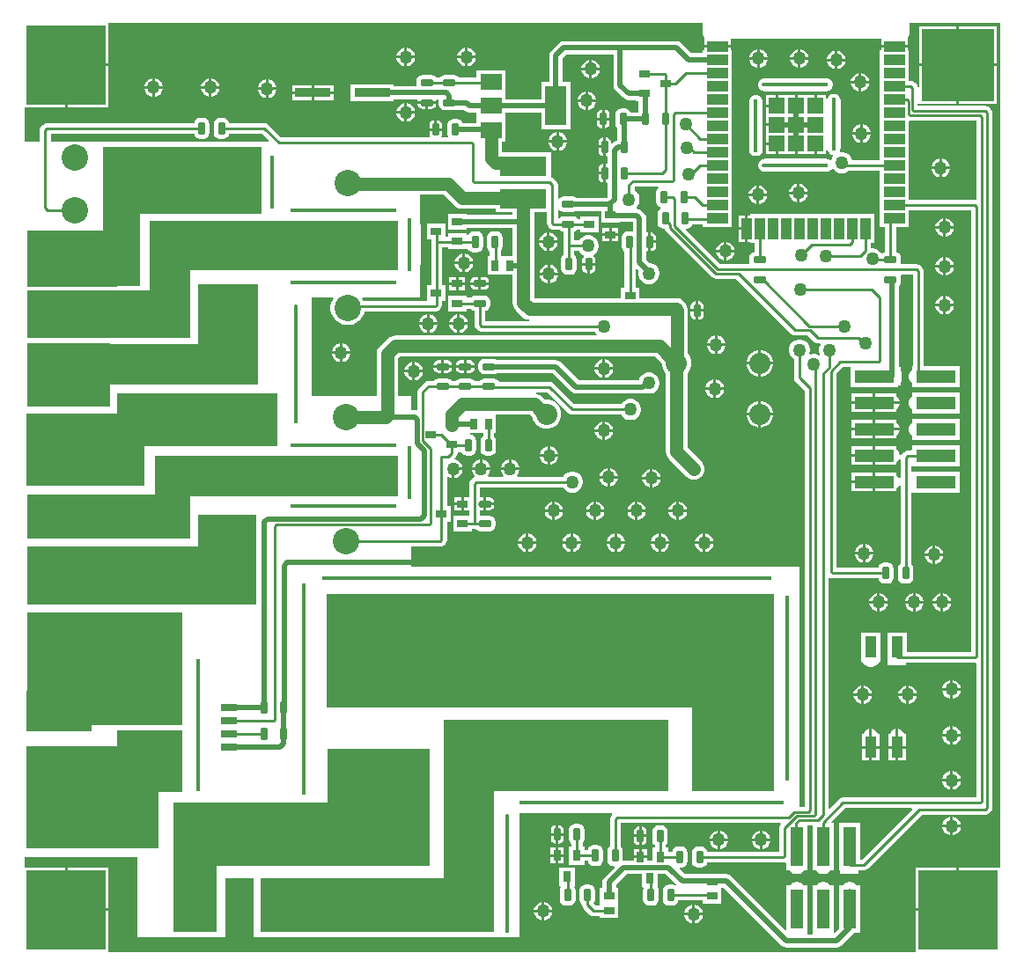
<source format=gtl>
G04*
G04 #@! TF.GenerationSoftware,Altium Limited,Altium Designer,21.0.8 (223)*
G04*
G04 Layer_Physical_Order=1*
G04 Layer_Color=255*
%FSLAX24Y24*%
%MOIN*%
G70*
G04*
G04 #@! TF.SameCoordinates,C0C2F11B-7DCF-4775-9714-D77671BE90CB*
G04*
G04*
G04 #@! TF.FilePolarity,Positive*
G04*
G01*
G75*
%ADD12C,0.0100*%
G04:AMPARAMS|DCode=19|XSize=27.6mil|YSize=49.2mil|CornerRadius=6.9mil|HoleSize=0mil|Usage=FLASHONLY|Rotation=0.000|XOffset=0mil|YOffset=0mil|HoleType=Round|Shape=RoundedRectangle|*
%AMROUNDEDRECTD19*
21,1,0.0276,0.0354,0,0,0.0*
21,1,0.0138,0.0492,0,0,0.0*
1,1,0.0138,0.0069,-0.0177*
1,1,0.0138,-0.0069,-0.0177*
1,1,0.0138,-0.0069,0.0177*
1,1,0.0138,0.0069,0.0177*
%
%ADD19ROUNDEDRECTD19*%
%ADD20R,0.0400X0.0285*%
%ADD21R,0.0300X0.0400*%
%ADD22R,0.0800X0.0600*%
%ADD23R,0.0800X0.1500*%
%ADD24R,0.0591X0.0303*%
%ADD25R,0.1772X0.0748*%
%ADD26R,0.1358X0.0354*%
%ADD27R,0.0390X0.0800*%
%ADD28R,0.0800X0.0390*%
%ADD29R,0.0800X0.0400*%
G04:AMPARAMS|DCode=30|XSize=27.6mil|YSize=49.2mil|CornerRadius=6.9mil|HoleSize=0mil|Usage=FLASHONLY|Rotation=270.000|XOffset=0mil|YOffset=0mil|HoleType=Round|Shape=RoundedRectangle|*
%AMROUNDEDRECTD30*
21,1,0.0276,0.0354,0,0,270.0*
21,1,0.0138,0.0492,0,0,270.0*
1,1,0.0138,-0.0177,-0.0069*
1,1,0.0138,-0.0177,0.0069*
1,1,0.0138,0.0177,0.0069*
1,1,0.0138,0.0177,-0.0069*
%
%ADD30ROUNDEDRECTD30*%
%ADD31R,0.0400X0.0300*%
%ADD32R,0.0285X0.0400*%
%ADD44R,0.0500X0.1500*%
%ADD45R,0.3000X0.3000*%
G04:AMPARAMS|DCode=48|XSize=200mil|YSize=15mil|CornerRadius=3.8mil|HoleSize=0mil|Usage=FLASHONLY|Rotation=270.000|XOffset=0mil|YOffset=0mil|HoleType=Round|Shape=RoundedRectangle|*
%AMROUNDEDRECTD48*
21,1,0.2000,0.0075,0,0,270.0*
21,1,0.1925,0.0150,0,0,270.0*
1,1,0.0075,-0.0038,-0.0963*
1,1,0.0075,-0.0038,0.0963*
1,1,0.0075,0.0038,0.0963*
1,1,0.0075,0.0038,-0.0963*
%
%ADD48ROUNDEDRECTD48*%
G04:AMPARAMS|DCode=49|XSize=450mil|YSize=15mil|CornerRadius=3.8mil|HoleSize=0mil|Usage=FLASHONLY|Rotation=90.000|XOffset=0mil|YOffset=0mil|HoleType=Round|Shape=RoundedRectangle|*
%AMROUNDEDRECTD49*
21,1,0.4500,0.0075,0,0,90.0*
21,1,0.4425,0.0150,0,0,90.0*
1,1,0.0075,0.0038,0.2213*
1,1,0.0075,0.0038,-0.2213*
1,1,0.0075,-0.0038,-0.2213*
1,1,0.0075,-0.0038,0.2213*
%
%ADD49ROUNDEDRECTD49*%
%ADD51R,0.2750X0.2750*%
%ADD52R,0.1500X0.0500*%
%ADD53R,0.0600X0.0600*%
%ADD54R,0.0440X0.0800*%
G04:AMPARAMS|DCode=61|XSize=400mil|YSize=15mil|CornerRadius=3.8mil|HoleSize=0mil|Usage=FLASHONLY|Rotation=0.000|XOffset=0mil|YOffset=0mil|HoleType=Round|Shape=RoundedRectangle|*
%AMROUNDEDRECTD61*
21,1,0.4000,0.0075,0,0,0.0*
21,1,0.3925,0.0150,0,0,0.0*
1,1,0.0075,0.1963,-0.0038*
1,1,0.0075,-0.1963,-0.0038*
1,1,0.0075,-0.1963,0.0038*
1,1,0.0075,0.1963,0.0038*
%
%ADD61ROUNDEDRECTD61*%
G04:AMPARAMS|DCode=62|XSize=800mil|YSize=15mil|CornerRadius=3.8mil|HoleSize=0mil|Usage=FLASHONLY|Rotation=90.000|XOffset=0mil|YOffset=0mil|HoleType=Round|Shape=RoundedRectangle|*
%AMROUNDEDRECTD62*
21,1,0.8000,0.0075,0,0,90.0*
21,1,0.7925,0.0150,0,0,90.0*
1,1,0.0075,0.0038,0.3963*
1,1,0.0075,0.0038,-0.3963*
1,1,0.0075,-0.0038,-0.3963*
1,1,0.0075,-0.0038,0.3963*
%
%ADD62ROUNDEDRECTD62*%
G04:AMPARAMS|DCode=63|XSize=250mil|YSize=15mil|CornerRadius=3.8mil|HoleSize=0mil|Usage=FLASHONLY|Rotation=0.000|XOffset=0mil|YOffset=0mil|HoleType=Round|Shape=RoundedRectangle|*
%AMROUNDEDRECTD63*
21,1,0.2500,0.0075,0,0,0.0*
21,1,0.2425,0.0150,0,0,0.0*
1,1,0.0075,0.1213,-0.0038*
1,1,0.0075,-0.1213,-0.0038*
1,1,0.0075,-0.1213,0.0038*
1,1,0.0075,0.1213,0.0038*
%
%ADD63ROUNDEDRECTD63*%
G04:AMPARAMS|DCode=64|XSize=1000mil|YSize=15mil|CornerRadius=3.8mil|HoleSize=0mil|Usage=FLASHONLY|Rotation=180.000|XOffset=0mil|YOffset=0mil|HoleType=Round|Shape=RoundedRectangle|*
%AMROUNDEDRECTD64*
21,1,1.0000,0.0075,0,0,180.0*
21,1,0.9925,0.0150,0,0,180.0*
1,1,0.0075,-0.4963,0.0038*
1,1,0.0075,0.4963,0.0038*
1,1,0.0075,0.4963,-0.0038*
1,1,0.0075,-0.4963,-0.0038*
%
%ADD64ROUNDEDRECTD64*%
G04:AMPARAMS|DCode=65|XSize=1700mil|YSize=15mil|CornerRadius=3.8mil|HoleSize=0mil|Usage=FLASHONLY|Rotation=180.000|XOffset=0mil|YOffset=0mil|HoleType=Round|Shape=RoundedRectangle|*
%AMROUNDEDRECTD65*
21,1,1.7000,0.0075,0,0,180.0*
21,1,1.6925,0.0150,0,0,180.0*
1,1,0.0075,-0.8462,0.0038*
1,1,0.0075,0.8462,0.0038*
1,1,0.0075,0.8462,-0.0038*
1,1,0.0075,-0.8462,-0.0038*
%
%ADD65ROUNDEDRECTD65*%
G04:AMPARAMS|DCode=66|XSize=700mil|YSize=15mil|CornerRadius=3.8mil|HoleSize=0mil|Usage=FLASHONLY|Rotation=90.000|XOffset=0mil|YOffset=0mil|HoleType=Round|Shape=RoundedRectangle|*
%AMROUNDEDRECTD66*
21,1,0.7000,0.0075,0,0,90.0*
21,1,0.6925,0.0150,0,0,90.0*
1,1,0.0075,0.0038,0.3463*
1,1,0.0075,0.0038,-0.3463*
1,1,0.0075,-0.0038,-0.3463*
1,1,0.0075,-0.0038,0.3463*
%
%ADD66ROUNDEDRECTD66*%
G04:AMPARAMS|DCode=67|XSize=500mil|YSize=15mil|CornerRadius=3.8mil|HoleSize=0mil|Usage=FLASHONLY|Rotation=90.000|XOffset=0mil|YOffset=0mil|HoleType=Round|Shape=RoundedRectangle|*
%AMROUNDEDRECTD67*
21,1,0.5000,0.0075,0,0,90.0*
21,1,0.4925,0.0150,0,0,90.0*
1,1,0.0075,0.0038,0.2463*
1,1,0.0075,0.0038,-0.2463*
1,1,0.0075,-0.0038,-0.2463*
1,1,0.0075,-0.0038,0.2463*
%
%ADD67ROUNDEDRECTD67*%
%ADD69C,0.0200*%
%ADD70C,0.0500*%
%ADD71R,0.9200X0.1550*%
%ADD72R,0.9400X0.1900*%
%ADD73R,0.2200X0.3400*%
%ADD74R,0.2800X0.2200*%
%ADD75R,0.5000X0.3850*%
%ADD76R,0.2450X0.1550*%
%ADD77R,0.1100X0.2600*%
%ADD78R,0.4450X0.2750*%
%ADD79R,0.5950X0.2200*%
%ADD80R,0.5350X0.1700*%
%ADD81R,0.3150X0.2400*%
%ADD82R,0.8750X0.1550*%
%ADD83R,0.3450X0.2150*%
%ADD84R,0.1400X0.4700*%
%ADD85R,0.5900X0.1800*%
%ADD86R,0.2250X0.3800*%
%ADD87R,0.1550X0.4300*%
%ADD88R,0.6000X0.2550*%
%ADD89R,0.6100X0.2000*%
%ADD90R,0.1350X0.3150*%
%ADD91R,0.5900X0.4250*%
%ADD92R,0.2500X0.2350*%
%ADD93R,0.0800X0.0800*%
%ADD94C,0.0800*%
%ADD95C,0.1000*%
%ADD96R,0.1000X0.1000*%
%ADD97C,0.1181*%
%ADD98R,0.1181X0.1181*%
%ADD99C,0.0900*%
%ADD100R,0.0906X0.0906*%
%ADD101C,0.0500*%
G36*
X37092Y3350D02*
X35550D01*
Y1750D01*
X35500D01*
Y1700D01*
X33900D01*
Y158D01*
X3350D01*
Y1700D01*
X1750D01*
Y1750D01*
X1700D01*
Y3350D01*
X158D01*
Y3750D01*
X4450D01*
Y700D01*
X18394D01*
X18412Y696D01*
X18487D01*
X18506Y700D01*
X18900D01*
Y5400D01*
X19124D01*
X19150Y5397D01*
X22390D01*
X22410Y5347D01*
X22400Y5336D01*
X22355Y5269D01*
X22340Y5191D01*
Y4163D01*
X22297Y4135D01*
X22249Y4063D01*
X22232Y3977D01*
Y3623D01*
X22249Y3537D01*
X22297Y3465D01*
X22370Y3417D01*
X22455Y3400D01*
X22474D01*
X22493Y3353D01*
X22120Y2980D01*
X22064Y2898D01*
X22045Y2800D01*
Y2564D01*
X21950D01*
Y1904D01*
X21793D01*
X21713Y1984D01*
X21749Y2037D01*
X21766Y2123D01*
Y2477D01*
X21749Y2563D01*
X21701Y2635D01*
X21628Y2683D01*
X21543Y2700D01*
X21405D01*
X21320Y2683D01*
X21247Y2635D01*
X21199Y2563D01*
X21182Y2477D01*
Y2123D01*
X21199Y2037D01*
X21247Y1965D01*
X21270Y1950D01*
Y1935D01*
X21286Y1857D01*
X21330Y1790D01*
X21564Y1556D01*
X21631Y1512D01*
X21709Y1496D01*
X21950D01*
Y1436D01*
X22650D01*
Y1979D01*
Y2564D01*
X22555D01*
Y2694D01*
X22956Y3095D01*
X23550D01*
Y2600D01*
X23570D01*
X23598Y2550D01*
X23584Y2477D01*
Y2123D01*
X23601Y2037D01*
X23649Y1965D01*
X23722Y1917D01*
X23807Y1900D01*
X23945D01*
X24030Y1917D01*
X24103Y1965D01*
X24151Y2037D01*
X24168Y2123D01*
Y2477D01*
X24153Y2551D01*
X24150Y2600D01*
X24150Y2600D01*
X24150Y2600D01*
Y3095D01*
X24444D01*
X24832Y2708D01*
X24800Y2669D01*
X24778Y2683D01*
X24693Y2700D01*
X24555D01*
X24470Y2683D01*
X24397Y2635D01*
X24349Y2563D01*
X24332Y2477D01*
Y2123D01*
X24349Y2037D01*
X24397Y1965D01*
X24470Y1917D01*
X24555Y1900D01*
X24693D01*
X24778Y1917D01*
X24851Y1965D01*
X24899Y2037D01*
X24911Y2096D01*
X25850D01*
Y1986D01*
X26550D01*
Y2588D01*
X26638D01*
X28837Y390D01*
X28920Y334D01*
X29017Y315D01*
X30900D01*
X30998Y334D01*
X31080Y390D01*
X31560Y870D01*
X31800D01*
Y2670D01*
X31675D01*
X31615Y2730D01*
X31535Y2776D01*
X31446Y2800D01*
X31354D01*
X31265Y2776D01*
X31185Y2730D01*
X31125Y2670D01*
X31000D01*
Y1030D01*
X30850Y880D01*
X30800Y901D01*
Y2670D01*
X30675D01*
X30615Y2730D01*
X30535Y2776D01*
X30446Y2800D01*
X30354D01*
X30265Y2776D01*
X30185Y2730D01*
X30125Y2670D01*
X30000D01*
Y875D01*
X30000Y870D01*
X29988Y825D01*
X29812D01*
X29800Y870D01*
X29800D01*
Y2670D01*
X29675D01*
X29615Y2730D01*
X29535Y2776D01*
X29446Y2800D01*
X29354D01*
X29265Y2776D01*
X29185Y2730D01*
X29125Y2670D01*
X29000D01*
Y1013D01*
X28954Y994D01*
X26924Y3024D01*
X26841Y3079D01*
X26744Y3098D01*
X26550D01*
Y3114D01*
X25850D01*
Y3098D01*
X25162D01*
X24957Y3303D01*
X24976Y3350D01*
X25045D01*
X25130Y3367D01*
X25203Y3415D01*
X25251Y3487D01*
X25268Y3573D01*
Y3927D01*
X25251Y4013D01*
X25203Y4085D01*
X25130Y4133D01*
X25045Y4150D01*
X24907D01*
X24822Y4133D01*
X24749Y4085D01*
X24701Y4013D01*
X24689Y3954D01*
X24525D01*
Y4100D01*
X24428D01*
Y4200D01*
X24451Y4215D01*
X24499Y4287D01*
X24516Y4373D01*
Y4727D01*
X24499Y4813D01*
X24451Y4885D01*
X24378Y4933D01*
X24293Y4950D01*
X24155D01*
X24070Y4933D01*
X23997Y4885D01*
X23949Y4813D01*
X23932Y4727D01*
Y4373D01*
X23949Y4287D01*
X23997Y4215D01*
X24020Y4200D01*
Y4100D01*
X23925D01*
Y3605D01*
X23725D01*
Y3700D01*
X23225D01*
Y3605D01*
X22864D01*
X22844Y3612D01*
X22816Y3649D01*
Y3977D01*
X22799Y4063D01*
X22751Y4135D01*
X22748Y4137D01*
Y5046D01*
X28783D01*
X28799Y4996D01*
X28762Y4939D01*
X28746Y4861D01*
Y3954D01*
X26011D01*
X25999Y4013D01*
X25951Y4085D01*
X25878Y4133D01*
X25793Y4150D01*
X25655D01*
X25570Y4133D01*
X25497Y4085D01*
X25449Y4013D01*
X25432Y3927D01*
Y3573D01*
X25449Y3487D01*
X25497Y3415D01*
X25570Y3367D01*
X25655Y3350D01*
X25793D01*
X25878Y3367D01*
X25951Y3415D01*
X25999Y3487D01*
X26011Y3546D01*
X28891D01*
X28950Y3558D01*
X29000Y3526D01*
Y3230D01*
X29125D01*
X29185Y3170D01*
X29265Y3124D01*
X29354Y3100D01*
X29446D01*
X29535Y3124D01*
X29615Y3170D01*
X29675Y3230D01*
X29800D01*
Y4946D01*
X30000D01*
Y3230D01*
X30125D01*
X30185Y3170D01*
X30265Y3124D01*
X30354Y3100D01*
X30446D01*
X30535Y3124D01*
X30615Y3170D01*
X30675Y3230D01*
X30800D01*
Y5030D01*
X30734D01*
X30715Y5076D01*
X31234Y5596D01*
X33742D01*
X33762Y5550D01*
X31866Y3654D01*
X31800D01*
Y5030D01*
X31000D01*
Y3230D01*
X31050D01*
Y3100D01*
X31185D01*
X31200Y3097D01*
X31600D01*
X31615Y3100D01*
X31750D01*
Y3230D01*
X31800D01*
Y3246D01*
X31950D01*
X32028Y3262D01*
X32094Y3306D01*
X34134Y5346D01*
X36541D01*
X36619Y5362D01*
X36686Y5406D01*
X36744Y5464D01*
X36788Y5531D01*
X36804Y5609D01*
Y31941D01*
X36788Y32019D01*
X36744Y32086D01*
X36686Y32144D01*
X36619Y32188D01*
X36541Y32204D01*
X33979D01*
Y32265D01*
X34025Y32275D01*
X34029Y32275D01*
X35450D01*
Y33700D01*
X34025D01*
Y32917D01*
X33975Y32912D01*
X33964Y32969D01*
X33919Y33036D01*
X33861Y33094D01*
X33795Y33138D01*
X33717Y33154D01*
X33643D01*
Y33605D01*
Y34295D01*
X33593D01*
Y34400D01*
X32593D01*
Y34295D01*
X32543D01*
Y33605D01*
Y33105D01*
Y32605D01*
Y32100D01*
Y31605D01*
Y31105D01*
Y30605D01*
Y30154D01*
X31486D01*
X31473Y30204D01*
X31420Y30296D01*
X31346Y30370D01*
X31254Y30423D01*
X31153Y30450D01*
X31061D01*
X31038Y30480D01*
X31032Y30498D01*
X31035Y30502D01*
X31055Y30600D01*
Y32400D01*
X31035Y32498D01*
X31016Y32527D01*
X31014Y32536D01*
X30973Y32598D01*
X30911Y32639D01*
X30838Y32654D01*
X30806D01*
X30800Y32655D01*
X30794Y32654D01*
X30763D01*
X30689Y32639D01*
X30627Y32598D01*
X30586Y32536D01*
X30584Y32527D01*
X30564Y32498D01*
X30560Y32475D01*
X30510Y32480D01*
Y32610D01*
X30160D01*
Y32210D01*
X30060D01*
Y32610D01*
X29430D01*
Y32210D01*
X29330D01*
Y32610D01*
X28700D01*
Y32210D01*
X28650D01*
Y32160D01*
X28250D01*
Y31810D01*
Y31540D01*
X28650D01*
Y31440D01*
X28250D01*
Y31090D01*
Y30820D01*
X28650D01*
Y30770D01*
X28700D01*
Y30370D01*
X29330D01*
Y30770D01*
X29430D01*
Y30370D01*
X30060D01*
Y30770D01*
X30160D01*
Y30370D01*
X30510D01*
Y30520D01*
X30560Y30525D01*
X30564Y30502D01*
X30584Y30473D01*
X30586Y30464D01*
X30627Y30402D01*
X30689Y30361D01*
X30760Y30347D01*
X30765Y30340D01*
X30781Y30296D01*
X30780Y30296D01*
X30727Y30204D01*
X30718Y30169D01*
X30660Y30148D01*
X30636Y30164D01*
X30627Y30166D01*
X30598Y30185D01*
X30500Y30205D01*
X28200D01*
X28102Y30185D01*
X28073Y30166D01*
X28064Y30164D01*
X28002Y30123D01*
X27961Y30061D01*
X27946Y29987D01*
Y29956D01*
X27945Y29950D01*
X27946Y29944D01*
Y29913D01*
X27961Y29839D01*
X28002Y29777D01*
X28064Y29736D01*
X28073Y29734D01*
X28102Y29715D01*
X28200Y29695D01*
X30500D01*
X30598Y29715D01*
X30627Y29734D01*
X30636Y29736D01*
X30698Y29777D01*
X30719Y29810D01*
X30778Y29808D01*
X30780Y29804D01*
X30854Y29730D01*
X30946Y29677D01*
X31047Y29650D01*
X31153D01*
X31254Y29677D01*
X31346Y29730D01*
X31362Y29746D01*
X32543D01*
Y29605D01*
Y29105D01*
Y28613D01*
Y28105D01*
Y27605D01*
X32746D01*
Y26661D01*
X32687Y26649D01*
X32649Y26623D01*
X32584Y26637D01*
X32578Y26646D01*
X32504Y26720D01*
X32413Y26773D01*
X32311Y26800D01*
X32206D01*
X32204Y26801D01*
Y27006D01*
X32341D01*
Y28106D01*
X29841D01*
Y28110D01*
X29151D01*
Y28106D01*
X27651D01*
Y28056D01*
X27546D01*
Y27556D01*
Y27056D01*
X27651D01*
Y27006D01*
X27794D01*
Y26660D01*
X27737Y26649D01*
X27665Y26601D01*
X27617Y26528D01*
X27600Y26443D01*
Y26305D01*
X27610Y26254D01*
X27572Y26204D01*
X26484D01*
X25185Y27503D01*
X25204Y27550D01*
X25243D01*
X25328Y27567D01*
X25401Y27615D01*
X25449Y27687D01*
X25451Y27696D01*
X25850D01*
Y27605D01*
X26950D01*
Y28105D01*
Y28605D01*
Y29105D01*
Y29605D01*
Y30105D01*
Y30605D01*
Y31105D01*
Y31605D01*
Y32105D01*
Y32605D01*
Y33105D01*
Y33605D01*
Y34295D01*
X26900D01*
Y34400D01*
X25900D01*
Y34295D01*
X25850D01*
Y34205D01*
X25406D01*
X25030Y34580D01*
X24948Y34636D01*
X24850Y34655D01*
X20568D01*
X20470Y34636D01*
X20388Y34580D01*
X20095Y34287D01*
X20040Y34205D01*
X20020Y34107D01*
Y33106D01*
X19725D01*
Y32455D01*
X18375D01*
Y32650D01*
X18375D01*
Y32656D01*
X18375D01*
Y33556D01*
X17275D01*
Y33278D01*
X16600D01*
X16585Y33301D01*
X16513Y33349D01*
X16427Y33366D01*
X16073D01*
X15987Y33349D01*
X15915Y33301D01*
X15900Y33278D01*
X15750D01*
X15735Y33301D01*
X15663Y33349D01*
X15577Y33366D01*
X15223D01*
X15137Y33349D01*
X15065Y33301D01*
X15017Y33228D01*
X15000Y33143D01*
Y33005D01*
X15002Y32994D01*
X14970Y32955D01*
X14151D01*
Y33027D01*
X12493D01*
Y32373D01*
X14151D01*
Y32445D01*
X15021D01*
X15053Y32406D01*
X15051Y32395D01*
Y32376D01*
X15400D01*
X15749D01*
Y32395D01*
X15748Y32400D01*
X15781Y32439D01*
X15818D01*
X15851Y32400D01*
X15850Y32395D01*
Y32257D01*
X15867Y32172D01*
X15915Y32099D01*
X15987Y32051D01*
X16073Y32034D01*
X16427D01*
X16513Y32051D01*
X16513Y32051D01*
X16794D01*
X16826Y32020D01*
X16909Y31964D01*
X17006Y31945D01*
X17275D01*
Y31750D01*
X17275D01*
Y31744D01*
X17275D01*
Y31555D01*
X16751D01*
X16749Y31563D01*
X16701Y31635D01*
X16628Y31683D01*
X16543Y31700D01*
X16405D01*
X16320Y31683D01*
X16247Y31635D01*
X16199Y31563D01*
X16182Y31477D01*
Y31123D01*
X16196Y31054D01*
X16166Y31004D01*
X15972D01*
X15948Y31048D01*
X15954Y31057D01*
X15967Y31123D01*
Y31250D01*
X15726D01*
X15485D01*
Y31123D01*
X15498Y31057D01*
X15504Y31048D01*
X15480Y31004D01*
X9884D01*
X9394Y31494D01*
X9328Y31538D01*
X9250Y31554D01*
X7911D01*
X7899Y31613D01*
X7851Y31685D01*
X7778Y31733D01*
X7693Y31750D01*
X7555D01*
X7470Y31733D01*
X7397Y31685D01*
X7349Y31613D01*
X7332Y31527D01*
Y31173D01*
X7349Y31087D01*
X7397Y31015D01*
X7470Y30967D01*
X7555Y30950D01*
X7693D01*
X7778Y30967D01*
X7851Y31015D01*
X7899Y31087D01*
X7911Y31146D01*
X9166D01*
X9415Y30896D01*
X9396Y30850D01*
X1154D01*
Y31146D01*
X6589D01*
X6601Y31087D01*
X6649Y31015D01*
X6722Y30967D01*
X6807Y30950D01*
X6945D01*
X7030Y30967D01*
X7103Y31015D01*
X7151Y31087D01*
X7168Y31173D01*
Y31527D01*
X7151Y31613D01*
X7103Y31685D01*
X7030Y31733D01*
X6945Y31750D01*
X6807D01*
X6722Y31733D01*
X6649Y31685D01*
X6601Y31613D01*
X6589Y31554D01*
X1009D01*
X931Y31538D01*
X864Y31494D01*
X806Y31436D01*
X762Y31369D01*
X746Y31291D01*
Y30850D01*
X158D01*
Y32150D01*
X1700D01*
Y33750D01*
X1750D01*
Y33800D01*
X3350D01*
Y35342D01*
X25842D01*
Y34900D01*
X25854Y34840D01*
X25887Y34790D01*
X25900Y34745D01*
X25900Y34745D01*
X25900D01*
X25900Y34745D01*
Y34500D01*
X26900D01*
Y34742D01*
X32593Y34742D01*
Y34500D01*
X33593D01*
Y34745D01*
X33593Y34745D01*
X33593D01*
X33611Y34788D01*
X33612Y34788D01*
X33646Y34840D01*
X33658Y34900D01*
Y35342D01*
X37092D01*
Y3350D01*
D02*
G37*
G36*
X22454Y32991D02*
X22473Y32894D01*
X22529Y32811D01*
X22845Y32495D01*
X22927Y32439D01*
X23025Y32420D01*
X23300D01*
Y32375D01*
X23408D01*
Y31973D01*
X23401Y31963D01*
X23399Y31955D01*
X23101D01*
X23099Y31963D01*
X23051Y32035D01*
X22978Y32083D01*
X22893Y32100D01*
X22755D01*
X22670Y32083D01*
X22597Y32035D01*
X22549Y31963D01*
X22532Y31877D01*
Y31523D01*
X22549Y31437D01*
X22597Y31365D01*
X22616Y31353D01*
Y30938D01*
X22599Y30913D01*
X22595Y30894D01*
X22552Y30886D01*
X22470Y30830D01*
X22413Y30774D01*
X22367Y30793D01*
Y30827D01*
X22354Y30893D01*
X22317Y30949D01*
X22261Y30986D01*
X22195Y30999D01*
X22176D01*
Y30650D01*
Y30301D01*
X22195D01*
X22206Y30303D01*
X22245Y30271D01*
Y30029D01*
X22206Y29997D01*
X22195Y29999D01*
X22176D01*
Y29650D01*
Y29301D01*
X22195D01*
X22206Y29303D01*
X22245Y29271D01*
Y28756D01*
X22212Y28723D01*
X21052D01*
X21013Y28749D01*
X20927Y28766D01*
X20573D01*
X20487Y28749D01*
X20415Y28701D01*
X20404Y28684D01*
X20354Y28699D01*
Y29200D01*
X20338Y29278D01*
X20294Y29344D01*
X20194Y29444D01*
X20128Y29488D01*
X20086Y29497D01*
Y30434D01*
X18952D01*
X18926Y30437D01*
X18926Y30437D01*
X18228D01*
Y30844D01*
X18375D01*
Y31744D01*
X18375D01*
Y31750D01*
X18375D01*
Y31945D01*
X19725D01*
Y31306D01*
X20825D01*
Y33106D01*
X20530D01*
Y34002D01*
X20673Y34145D01*
X22454D01*
Y32991D01*
D02*
G37*
G36*
X33684Y31646D02*
X36196D01*
Y28682D01*
X36157Y28651D01*
X36141Y28654D01*
X33643D01*
Y29105D01*
Y29605D01*
Y30105D01*
Y30605D01*
Y31105D01*
Y31603D01*
X33644Y31616D01*
X33682Y31647D01*
X33684Y31646D01*
D02*
G37*
G36*
X16465Y28415D02*
X16465Y28415D01*
X16548Y28351D01*
X16646Y28310D01*
X16750Y28297D01*
X18014D01*
Y28166D01*
X18647D01*
Y28080D01*
X16900D01*
Y28125D01*
X16200D01*
Y27525D01*
X16900D01*
Y27570D01*
X18647D01*
Y26500D01*
X18190D01*
Y26708D01*
X18201Y26715D01*
X18249Y26787D01*
X18266Y26873D01*
Y27227D01*
X18249Y27313D01*
X18201Y27385D01*
X18128Y27433D01*
X18043Y27450D01*
X17905D01*
X17820Y27433D01*
X17747Y27385D01*
X17699Y27313D01*
X17682Y27227D01*
Y26873D01*
X17699Y26787D01*
X17747Y26715D01*
X17782Y26692D01*
Y26500D01*
X17686D01*
Y25800D01*
X18647D01*
Y24743D01*
X18647Y24743D01*
X18660Y24638D01*
X18701Y24541D01*
X18765Y24458D01*
X19001Y24221D01*
X19084Y24157D01*
X19182Y24117D01*
X19281Y24104D01*
X19278Y24054D01*
X17604D01*
Y24439D01*
X17663Y24451D01*
X17735Y24499D01*
X17783Y24572D01*
X17800Y24657D01*
Y24795D01*
X17783Y24880D01*
X17735Y24953D01*
X17663Y25001D01*
X17577Y25018D01*
X17223D01*
X17137Y25001D01*
X17065Y24953D01*
X17050Y24930D01*
X16900D01*
Y25025D01*
X16200D01*
Y24425D01*
X16900D01*
Y24522D01*
X17050D01*
X17065Y24499D01*
X17137Y24451D01*
X17196Y24439D01*
Y23909D01*
X17212Y23831D01*
X17256Y23764D01*
X17314Y23706D01*
X17381Y23662D01*
X17459Y23646D01*
X21756D01*
X21780Y23604D01*
X21831Y23553D01*
X21810Y23503D01*
X14193D01*
X14193Y23503D01*
X14088Y23490D01*
X13991Y23449D01*
X13908Y23385D01*
X13908Y23385D01*
X13615Y23092D01*
X13551Y23009D01*
X13510Y22912D01*
X13497Y22807D01*
X13497Y22807D01*
Y21200D01*
X11050D01*
Y24950D01*
X11832D01*
X11856Y24906D01*
X11824Y24858D01*
X11775Y24740D01*
X11750Y24614D01*
Y24486D01*
X11775Y24360D01*
X11824Y24242D01*
X11895Y24136D01*
X11986Y24045D01*
X12092Y23974D01*
X12210Y23925D01*
X12336Y23900D01*
X12464D01*
X12590Y23925D01*
X12708Y23974D01*
X12814Y24045D01*
X12905Y24136D01*
X12976Y24242D01*
X13025Y24360D01*
X13032Y24396D01*
X15701D01*
X15779Y24412D01*
X15846Y24456D01*
X15904Y24514D01*
X15948Y24581D01*
X15964Y24659D01*
Y24800D01*
X16100D01*
Y25400D01*
X15964D01*
Y26846D01*
X16200D01*
Y26775D01*
X16900D01*
Y26787D01*
X16950Y26792D01*
X16951Y26787D01*
X16999Y26715D01*
X17072Y26667D01*
X17157Y26650D01*
X17295D01*
X17380Y26667D01*
X17453Y26715D01*
X17501Y26787D01*
X17518Y26873D01*
Y27227D01*
X17501Y27313D01*
X17453Y27385D01*
X17380Y27433D01*
X17295Y27450D01*
X17157D01*
X17072Y27433D01*
X16999Y27385D01*
X16951Y27313D01*
X16950Y27308D01*
X16900Y27313D01*
Y27375D01*
X16200D01*
Y27254D01*
X16100D01*
Y27750D01*
X15400D01*
Y27150D01*
X15556D01*
Y27000D01*
Y25400D01*
X15400D01*
Y24804D01*
X12998D01*
X12976Y24858D01*
X12944Y24906D01*
X12968Y24950D01*
X15150D01*
Y26174D01*
X15153Y26200D01*
Y27700D01*
X15150Y27726D01*
Y28847D01*
X16033D01*
X16465Y28415D01*
D02*
G37*
G36*
X20415Y28247D02*
X20487Y28199D01*
X20573Y28182D01*
X20927D01*
X21013Y28199D01*
X21033Y28213D01*
X22000D01*
Y27775D01*
X22700D01*
Y27795D01*
X23195D01*
Y27480D01*
X23156Y27448D01*
X23145Y27450D01*
X23007D01*
X22922Y27433D01*
X22849Y27385D01*
X22801Y27313D01*
X22784Y27227D01*
Y26873D01*
X22801Y26787D01*
X22849Y26715D01*
X22884Y26692D01*
Y25314D01*
X22750D01*
Y24910D01*
X19453D01*
Y26150D01*
Y27800D01*
Y28166D01*
X19946D01*
Y27759D01*
X19962Y27681D01*
X20006Y27614D01*
X20064Y27556D01*
X20131Y27512D01*
X20209Y27496D01*
X20420D01*
X20487Y27451D01*
X20556Y27437D01*
Y26900D01*
Y26539D01*
X20549Y26535D01*
X20501Y26463D01*
X20484Y26377D01*
Y26023D01*
X20501Y25937D01*
X20549Y25865D01*
X20622Y25817D01*
X20707Y25800D01*
X20845D01*
X20930Y25817D01*
X21003Y25865D01*
X21051Y25937D01*
X21068Y26023D01*
Y26377D01*
X21051Y26463D01*
X21003Y26535D01*
X20964Y26561D01*
Y26696D01*
X21156D01*
X21180Y26654D01*
X21254Y26580D01*
X21313Y26546D01*
X21318Y26535D01*
X21323Y26484D01*
X21296Y26443D01*
X21283Y26377D01*
Y26250D01*
X21524D01*
X21765D01*
Y26377D01*
X21752Y26443D01*
X21715Y26499D01*
X21703Y26507D01*
X21705Y26556D01*
X21746Y26580D01*
X21820Y26654D01*
X21873Y26746D01*
X21900Y26847D01*
Y26953D01*
X21873Y27054D01*
X21820Y27146D01*
X21746Y27220D01*
X21654Y27273D01*
X21553Y27300D01*
X21447D01*
X21346Y27273D01*
X21254Y27220D01*
X21180Y27146D01*
X21156Y27104D01*
X20964D01*
Y27441D01*
X21013Y27451D01*
X21080Y27496D01*
X21200D01*
Y27400D01*
X21900D01*
Y28000D01*
X21200D01*
Y27904D01*
X21118D01*
X21085Y27953D01*
X21013Y28001D01*
X20927Y28018D01*
X20573D01*
X20487Y28001D01*
X20415Y27953D01*
X20404Y27936D01*
X20354Y27951D01*
Y28249D01*
X20404Y28264D01*
X20415Y28247D01*
D02*
G37*
G36*
X24166Y29096D02*
X24149Y29085D01*
X24101Y29013D01*
X24084Y28927D01*
Y28573D01*
X24101Y28487D01*
X24149Y28415D01*
X24222Y28367D01*
X24229Y28365D01*
X24240Y28312D01*
X24199Y28285D01*
X24151Y28213D01*
X24134Y28127D01*
Y27773D01*
X24151Y27687D01*
X24199Y27615D01*
X24272Y27567D01*
X24357Y27550D01*
X24408D01*
X24417Y27504D01*
X24461Y27438D01*
X26194Y25706D01*
X26194Y25706D01*
X26260Y25662D01*
X26338Y25646D01*
X27116D01*
X29206Y23556D01*
X29272Y23512D01*
X29350Y23496D01*
X29816D01*
X30056Y23256D01*
X30122Y23212D01*
X30200Y23196D01*
X30272D01*
X30301Y23146D01*
X30277Y23104D01*
X30250Y23003D01*
Y22897D01*
X30277Y22796D01*
X30283Y22785D01*
X30247Y22748D01*
X30204Y22773D01*
X30103Y22800D01*
X29997D01*
X29918Y22779D01*
X29879Y22818D01*
X29900Y22897D01*
Y23003D01*
X29873Y23104D01*
X29820Y23196D01*
X29746Y23270D01*
X29654Y23323D01*
X29553Y23350D01*
X29447D01*
X29346Y23323D01*
X29254Y23270D01*
X29180Y23196D01*
X29127Y23104D01*
X29100Y23003D01*
Y22897D01*
X29127Y22796D01*
X29180Y22704D01*
X29254Y22630D01*
X29296Y22606D01*
Y21901D01*
X29312Y21823D01*
X29356Y21757D01*
X29696Y21417D01*
Y5654D01*
X29500D01*
X29500Y14751D01*
X14835Y14750D01*
X14800Y14785D01*
Y15496D01*
X15891D01*
X15969Y15512D01*
X16036Y15556D01*
X16094Y15614D01*
X16138Y15681D01*
X16154Y15759D01*
Y16450D01*
X16300D01*
Y17050D01*
X16154D01*
Y18135D01*
X16204Y18159D01*
X16265Y18124D01*
X16350Y18101D01*
Y18450D01*
X16400D01*
Y18500D01*
X16749D01*
X16726Y18585D01*
X16680Y18665D01*
X16615Y18730D01*
X16535Y18776D01*
X16456Y18797D01*
X16433Y18845D01*
X16494Y18906D01*
X16538Y18972D01*
X16554Y19050D01*
Y19075D01*
X16700D01*
X16733Y19039D01*
X16749Y19015D01*
X16822Y18967D01*
X16907Y18950D01*
X17045D01*
X17130Y18967D01*
X17203Y19015D01*
X17251Y19087D01*
X17268Y19173D01*
Y19527D01*
X17251Y19613D01*
X17203Y19685D01*
X17130Y19733D01*
X17045Y19750D01*
X17046Y19800D01*
X17519D01*
Y19699D01*
X17497Y19685D01*
X17449Y19613D01*
X17432Y19527D01*
Y19173D01*
X17449Y19087D01*
X17497Y19015D01*
X17570Y18967D01*
X17655Y18950D01*
X17793D01*
X17878Y18967D01*
X17951Y19015D01*
X17999Y19087D01*
X18016Y19173D01*
Y19527D01*
X17999Y19613D01*
X17951Y19685D01*
X17927Y19701D01*
Y19800D01*
X18014D01*
Y20497D01*
X19309D01*
X19390Y20416D01*
X19417Y20316D01*
X19489Y20191D01*
X19591Y20088D01*
X19717Y20016D01*
X19857Y19978D01*
X20002D01*
X20141Y20016D01*
X20267Y20088D01*
X20369Y20191D01*
X20442Y20316D01*
X20479Y20456D01*
Y20601D01*
X20442Y20741D01*
X20369Y20866D01*
X20267Y20968D01*
X20141Y21041D01*
X20002Y21078D01*
X19869D01*
X19762Y21185D01*
X19678Y21249D01*
X19581Y21290D01*
X19532Y21296D01*
X19536Y21346D01*
X19966D01*
X20756Y20556D01*
X20756Y20556D01*
X20822Y20512D01*
X20900Y20496D01*
X20900Y20496D01*
X22756D01*
X22780Y20454D01*
X22854Y20380D01*
X22946Y20327D01*
X23047Y20300D01*
X23153D01*
X23254Y20327D01*
X23346Y20380D01*
X23420Y20454D01*
X23473Y20546D01*
X23500Y20647D01*
Y20753D01*
X23473Y20854D01*
X23420Y20946D01*
X23346Y21020D01*
X23254Y21073D01*
X23153Y21100D01*
X23047D01*
X22946Y21073D01*
X22854Y21020D01*
X22780Y20946D01*
X22756Y20904D01*
X20984D01*
X20194Y21694D01*
X20128Y21738D01*
X20050Y21754D01*
X18118D01*
X18085Y21803D01*
X18013Y21851D01*
X17927Y21868D01*
X17573D01*
X17487Y21851D01*
X17415Y21803D01*
X17400Y21780D01*
X17200D01*
X17185Y21803D01*
X17113Y21851D01*
X17027Y21868D01*
X16673D01*
X16587Y21851D01*
X16515Y21803D01*
X16500Y21780D01*
X16350D01*
X16335Y21803D01*
X16263Y21851D01*
X16177Y21868D01*
X15823D01*
X15737Y21851D01*
X15665Y21803D01*
X15650Y21780D01*
X15459D01*
X15381Y21764D01*
X15314Y21720D01*
X15106Y21512D01*
X15062Y21445D01*
X15046Y21367D01*
Y20705D01*
X14996Y20666D01*
X14933Y20679D01*
X14800D01*
Y21200D01*
X14303D01*
Y22640D01*
X14360Y22697D01*
X24041D01*
X24300Y22437D01*
Y22385D01*
X24338Y22245D01*
X24410Y22120D01*
X24447Y22083D01*
Y19100D01*
X24447Y19100D01*
X24461Y18995D01*
X24501Y18898D01*
X24565Y18814D01*
X25215Y18165D01*
X25236Y18149D01*
X25254Y18130D01*
X25277Y18117D01*
X25298Y18101D01*
X25323Y18090D01*
X25346Y18077D01*
X25371Y18070D01*
X25396Y18060D01*
X25422Y18057D01*
X25447Y18050D01*
X25474D01*
X25500Y18047D01*
X25526Y18050D01*
X25553D01*
X25578Y18057D01*
X25604Y18060D01*
X25629Y18070D01*
X25654Y18077D01*
X25677Y18090D01*
X25702Y18101D01*
X25723Y18117D01*
X25746Y18130D01*
X25764Y18149D01*
X25785Y18165D01*
X25801Y18186D01*
X25820Y18204D01*
X25833Y18227D01*
X25849Y18248D01*
X25860Y18273D01*
X25873Y18296D01*
X25880Y18321D01*
X25890Y18346D01*
X25893Y18372D01*
X25900Y18397D01*
Y18424D01*
X25903Y18450D01*
X25900Y18476D01*
Y18503D01*
X25893Y18528D01*
X25890Y18554D01*
X25880Y18579D01*
X25873Y18604D01*
X25860Y18627D01*
X25849Y18652D01*
X25833Y18673D01*
X25820Y18696D01*
X25801Y18714D01*
X25785Y18735D01*
X25254Y19267D01*
Y22083D01*
X25291Y22120D01*
X25363Y22245D01*
X25400Y22385D01*
Y22530D01*
X25363Y22670D01*
X25291Y22795D01*
X25260Y22826D01*
Y24450D01*
X25253Y24502D01*
X25253Y24507D01*
X25240Y24611D01*
X25199Y24708D01*
X25135Y24792D01*
X25052Y24856D01*
X24954Y24896D01*
X24850Y24910D01*
X23450D01*
Y25314D01*
X23292D01*
Y26010D01*
X23338Y26029D01*
X23414Y25954D01*
X23400Y25903D01*
Y25797D01*
X23427Y25696D01*
X23480Y25604D01*
X23554Y25530D01*
X23646Y25477D01*
X23747Y25450D01*
X23853D01*
X23954Y25477D01*
X24046Y25530D01*
X24120Y25604D01*
X24173Y25696D01*
X24200Y25797D01*
Y25903D01*
X24173Y26004D01*
X24120Y26096D01*
X24046Y26170D01*
X23954Y26223D01*
X23853Y26250D01*
X23838D01*
X23705Y26383D01*
Y26671D01*
X23744Y26703D01*
X23755Y26701D01*
X23774D01*
Y27050D01*
Y27399D01*
X23755D01*
X23744Y27397D01*
X23705Y27429D01*
Y27933D01*
X23686Y28030D01*
X23630Y28113D01*
X23513Y28230D01*
X23430Y28286D01*
X23340Y28303D01*
X23328Y28323D01*
X23321Y28355D01*
X23370Y28404D01*
X23423Y28496D01*
X23450Y28597D01*
Y28703D01*
X23423Y28804D01*
X23370Y28896D01*
X23296Y28970D01*
X23254Y28994D01*
Y29116D01*
X23284Y29146D01*
X24151D01*
X24166Y29096D01*
D02*
G37*
G36*
X35996Y11504D02*
X33570D01*
Y12250D01*
X32830D01*
Y11150D01*
X32847D01*
X32850Y11135D01*
Y11000D01*
X32985D01*
X33000Y10997D01*
X33400D01*
X33415Y11000D01*
X33550D01*
Y11096D01*
X36141D01*
X36157Y11099D01*
X36196Y11068D01*
Y6004D01*
X31150D01*
X31072Y5988D01*
X31006Y5944D01*
X30637Y5575D01*
X30591Y5594D01*
Y14312D01*
X30641Y14338D01*
X30681Y14312D01*
X30759Y14296D01*
X32489D01*
X32501Y14237D01*
X32549Y14165D01*
X32622Y14117D01*
X32707Y14100D01*
X32845D01*
X32930Y14117D01*
X33003Y14165D01*
X33051Y14237D01*
X33068Y14323D01*
Y14677D01*
X33051Y14763D01*
X33003Y14835D01*
X32930Y14883D01*
X32845Y14900D01*
X32707D01*
X32622Y14883D01*
X32549Y14835D01*
X32501Y14763D01*
X32489Y14704D01*
X30904D01*
Y22066D01*
X31134Y22296D01*
X31420D01*
Y21550D01*
X33220D01*
Y21600D01*
X33350D01*
Y21735D01*
X33353Y21750D01*
Y22150D01*
X33350Y22165D01*
Y22300D01*
X33255D01*
Y25379D01*
X33285Y25399D01*
X33333Y25472D01*
X33350Y25557D01*
Y25695D01*
X33340Y25746D01*
X33378Y25796D01*
X33796D01*
Y22350D01*
X33780D01*
Y22225D01*
X33720Y22165D01*
X33674Y22085D01*
X33650Y21996D01*
Y21904D01*
X33674Y21815D01*
X33720Y21735D01*
X33780Y21675D01*
Y21550D01*
X35580D01*
Y22350D01*
X34204D01*
Y25941D01*
X34188Y26019D01*
X34144Y26086D01*
X34086Y26144D01*
X34019Y26188D01*
X33941Y26204D01*
X33378D01*
X33340Y26254D01*
X33350Y26305D01*
Y26443D01*
X33333Y26528D01*
X33285Y26601D01*
X33213Y26649D01*
X33154Y26661D01*
Y27605D01*
X33643D01*
Y28105D01*
Y28246D01*
X35996D01*
Y11504D01*
D02*
G37*
G36*
X28550Y13700D02*
X28550Y6250D01*
X25450Y6250D01*
X25450Y9400D01*
X11600D01*
X11600Y13700D01*
X28550Y13700D01*
D02*
G37*
G36*
X24550Y6250D02*
X17950D01*
Y900D01*
X9100D01*
Y2950D01*
X16050D01*
Y8950D01*
X24550D01*
Y6250D01*
D02*
G37*
G36*
X15500Y3400D02*
X7450D01*
Y900D01*
X5800D01*
Y5800D01*
X11650D01*
Y7850D01*
X15500D01*
Y3400D01*
D02*
G37*
%LPC*%
G36*
X16950Y34399D02*
Y34100D01*
X17249D01*
X17226Y34185D01*
X17180Y34265D01*
X17115Y34330D01*
X17035Y34376D01*
X16950Y34399D01*
D02*
G37*
G36*
X16850D02*
X16765Y34376D01*
X16685Y34330D01*
X16620Y34265D01*
X16574Y34185D01*
X16551Y34100D01*
X16850D01*
Y34399D01*
D02*
G37*
G36*
X14650D02*
Y34100D01*
X14949D01*
X14926Y34185D01*
X14880Y34265D01*
X14815Y34330D01*
X14735Y34376D01*
X14650Y34399D01*
D02*
G37*
G36*
X14550D02*
X14465Y34376D01*
X14385Y34330D01*
X14320Y34265D01*
X14274Y34185D01*
X14251Y34100D01*
X14550D01*
Y34399D01*
D02*
G37*
G36*
X29550Y34349D02*
Y34050D01*
X29849D01*
X29826Y34135D01*
X29780Y34215D01*
X29715Y34280D01*
X29635Y34326D01*
X29550Y34349D01*
D02*
G37*
G36*
X29450D02*
X29365Y34326D01*
X29285Y34280D01*
X29220Y34215D01*
X29174Y34135D01*
X29151Y34050D01*
X29450D01*
Y34349D01*
D02*
G37*
G36*
X28000D02*
Y34050D01*
X28299D01*
X28276Y34135D01*
X28230Y34215D01*
X28165Y34280D01*
X28085Y34326D01*
X28000Y34349D01*
D02*
G37*
G36*
X27900D02*
X27815Y34326D01*
X27735Y34280D01*
X27670Y34215D01*
X27624Y34135D01*
X27601Y34050D01*
X27900D01*
Y34349D01*
D02*
G37*
G36*
X30944Y34293D02*
Y33994D01*
X31243D01*
X31221Y34079D01*
X31175Y34159D01*
X31109Y34224D01*
X31030Y34270D01*
X30944Y34293D01*
D02*
G37*
G36*
X30845D02*
X30759Y34270D01*
X30680Y34224D01*
X30614Y34159D01*
X30568Y34079D01*
X30546Y33994D01*
X30845D01*
Y34293D01*
D02*
G37*
G36*
X36975Y35225D02*
X35550D01*
Y33800D01*
X36975D01*
Y35225D01*
D02*
G37*
G36*
X35450D02*
X34025D01*
Y33800D01*
X35450D01*
Y35225D01*
D02*
G37*
G36*
X17249Y34000D02*
X16950D01*
Y33701D01*
X17035Y33724D01*
X17115Y33770D01*
X17180Y33835D01*
X17226Y33915D01*
X17249Y34000D01*
D02*
G37*
G36*
X16850D02*
X16551D01*
X16574Y33915D01*
X16620Y33835D01*
X16685Y33770D01*
X16765Y33724D01*
X16850Y33701D01*
Y34000D01*
D02*
G37*
G36*
X14949D02*
X14650D01*
Y33701D01*
X14735Y33724D01*
X14815Y33770D01*
X14880Y33835D01*
X14926Y33915D01*
X14949Y34000D01*
D02*
G37*
G36*
X14550D02*
X14251D01*
X14274Y33915D01*
X14320Y33835D01*
X14385Y33770D01*
X14465Y33724D01*
X14550Y33701D01*
Y34000D01*
D02*
G37*
G36*
X29849Y33950D02*
X29550D01*
Y33651D01*
X29635Y33674D01*
X29715Y33720D01*
X29780Y33785D01*
X29826Y33865D01*
X29849Y33950D01*
D02*
G37*
G36*
X29450D02*
X29151D01*
X29174Y33865D01*
X29220Y33785D01*
X29285Y33720D01*
X29365Y33674D01*
X29450Y33651D01*
Y33950D01*
D02*
G37*
G36*
X28299D02*
X28000D01*
Y33651D01*
X28085Y33674D01*
X28165Y33720D01*
X28230Y33785D01*
X28276Y33865D01*
X28299Y33950D01*
D02*
G37*
G36*
X27900D02*
X27601D01*
X27624Y33865D01*
X27670Y33785D01*
X27735Y33720D01*
X27815Y33674D01*
X27900Y33651D01*
Y33950D01*
D02*
G37*
G36*
X31243Y33894D02*
X30944D01*
Y33595D01*
X31030Y33617D01*
X31109Y33664D01*
X31175Y33729D01*
X31221Y33809D01*
X31243Y33894D01*
D02*
G37*
G36*
X30845D02*
X30546D01*
X30568Y33809D01*
X30614Y33729D01*
X30680Y33664D01*
X30759Y33617D01*
X30845Y33595D01*
Y33894D01*
D02*
G37*
G36*
X31850Y33449D02*
Y33150D01*
X32149D01*
X32126Y33235D01*
X32080Y33315D01*
X32015Y33380D01*
X31935Y33426D01*
X31850Y33449D01*
D02*
G37*
G36*
X31750D02*
X31665Y33426D01*
X31585Y33380D01*
X31520Y33315D01*
X31474Y33235D01*
X31451Y33150D01*
X31750D01*
Y33449D01*
D02*
G37*
G36*
X7250Y33249D02*
Y32950D01*
X7549D01*
X7526Y33035D01*
X7480Y33115D01*
X7415Y33180D01*
X7335Y33226D01*
X7250Y33249D01*
D02*
G37*
G36*
X7150D02*
X7065Y33226D01*
X6985Y33180D01*
X6920Y33115D01*
X6874Y33035D01*
X6851Y32950D01*
X7150D01*
Y33249D01*
D02*
G37*
G36*
X5100D02*
Y32950D01*
X5399D01*
X5376Y33035D01*
X5330Y33115D01*
X5265Y33180D01*
X5185Y33226D01*
X5100Y33249D01*
D02*
G37*
G36*
X5000D02*
X4915Y33226D01*
X4835Y33180D01*
X4770Y33115D01*
X4724Y33035D01*
X4701Y32950D01*
X5000D01*
Y33249D01*
D02*
G37*
G36*
X9400Y33199D02*
Y32900D01*
X9699D01*
X9676Y32985D01*
X9630Y33065D01*
X9565Y33130D01*
X9485Y33176D01*
X9400Y33199D01*
D02*
G37*
G36*
X9300D02*
X9215Y33176D01*
X9135Y33130D01*
X9070Y33065D01*
X9024Y32985D01*
X9001Y32900D01*
X9300D01*
Y33199D01*
D02*
G37*
G36*
X32149Y33050D02*
X31850D01*
Y32751D01*
X31935Y32774D01*
X32015Y32820D01*
X32080Y32885D01*
X32126Y32965D01*
X32149Y33050D01*
D02*
G37*
G36*
X31750D02*
X31451D01*
X31474Y32965D01*
X31520Y32885D01*
X31585Y32820D01*
X31665Y32774D01*
X31750Y32751D01*
Y33050D01*
D02*
G37*
G36*
X11857Y32977D02*
X11128D01*
Y32750D01*
X11857D01*
Y32977D01*
D02*
G37*
G36*
X11028D02*
X10299D01*
Y32750D01*
X11028D01*
Y32977D01*
D02*
G37*
G36*
X30500Y33255D02*
X28200D01*
X28102Y33235D01*
X28073Y33216D01*
X28064Y33214D01*
X28002Y33173D01*
X27961Y33111D01*
X27946Y33038D01*
Y33006D01*
X27945Y33000D01*
X27946Y32994D01*
Y32963D01*
X27961Y32889D01*
X28002Y32827D01*
X28064Y32786D01*
X28073Y32784D01*
X28102Y32764D01*
X28200Y32745D01*
X30500D01*
X30598Y32764D01*
X30627Y32784D01*
X30636Y32786D01*
X30698Y32827D01*
X30739Y32889D01*
X30754Y32963D01*
Y32994D01*
X30755Y33000D01*
X30754Y33006D01*
Y33038D01*
X30739Y33111D01*
X30698Y33173D01*
X30636Y33214D01*
X30627Y33216D01*
X30598Y33235D01*
X30500Y33255D01*
D02*
G37*
G36*
X7549Y32850D02*
X7250D01*
Y32551D01*
X7335Y32574D01*
X7415Y32620D01*
X7480Y32685D01*
X7526Y32765D01*
X7549Y32850D01*
D02*
G37*
G36*
X7150D02*
X6851D01*
X6874Y32765D01*
X6920Y32685D01*
X6985Y32620D01*
X7065Y32574D01*
X7150Y32551D01*
Y32850D01*
D02*
G37*
G36*
X5399D02*
X5100D01*
Y32551D01*
X5185Y32574D01*
X5265Y32620D01*
X5330Y32685D01*
X5376Y32765D01*
X5399Y32850D01*
D02*
G37*
G36*
X5000D02*
X4701D01*
X4724Y32765D01*
X4770Y32685D01*
X4835Y32620D01*
X4915Y32574D01*
X5000Y32551D01*
Y32850D01*
D02*
G37*
G36*
X9699Y32800D02*
X9400D01*
Y32501D01*
X9485Y32524D01*
X9565Y32570D01*
X9630Y32635D01*
X9676Y32715D01*
X9699Y32800D01*
D02*
G37*
G36*
X9300D02*
X9001D01*
X9024Y32715D01*
X9070Y32635D01*
X9135Y32570D01*
X9215Y32524D01*
X9300Y32501D01*
Y32800D01*
D02*
G37*
G36*
X11857Y32650D02*
X11128D01*
Y32423D01*
X11857D01*
Y32650D01*
D02*
G37*
G36*
X11028D02*
X10299D01*
Y32423D01*
X11028D01*
Y32650D01*
D02*
G37*
G36*
X36975Y33700D02*
X35550D01*
Y32275D01*
X36975D01*
Y33700D01*
D02*
G37*
G36*
X28600Y32610D02*
X28250D01*
Y32260D01*
X28600D01*
Y32610D01*
D02*
G37*
G36*
X3350Y33700D02*
X1800D01*
Y32150D01*
X3350D01*
Y33700D01*
D02*
G37*
G36*
X15749Y32276D02*
X15450D01*
Y32085D01*
X15577D01*
X15643Y32098D01*
X15699Y32135D01*
X15736Y32191D01*
X15749Y32257D01*
Y32276D01*
D02*
G37*
G36*
X15350D02*
X15051D01*
Y32257D01*
X15064Y32191D01*
X15101Y32135D01*
X15157Y32098D01*
X15223Y32085D01*
X15350D01*
Y32276D01*
D02*
G37*
G36*
X14650Y32299D02*
Y32000D01*
X14949D01*
X14926Y32085D01*
X14880Y32165D01*
X14815Y32230D01*
X14735Y32276D01*
X14650Y32299D01*
D02*
G37*
G36*
X14550D02*
X14465Y32276D01*
X14385Y32230D01*
X14320Y32165D01*
X14274Y32085D01*
X14251Y32000D01*
X14550D01*
Y32299D01*
D02*
G37*
G36*
X14949Y31900D02*
X14650D01*
Y31601D01*
X14735Y31624D01*
X14815Y31670D01*
X14880Y31735D01*
X14926Y31815D01*
X14949Y31900D01*
D02*
G37*
G36*
X14550D02*
X14251D01*
X14274Y31815D01*
X14320Y31735D01*
X14385Y31670D01*
X14465Y31624D01*
X14550Y31601D01*
Y31900D01*
D02*
G37*
G36*
X15795Y31649D02*
X15776D01*
Y31350D01*
X15967D01*
Y31477D01*
X15954Y31543D01*
X15917Y31599D01*
X15861Y31636D01*
X15795Y31649D01*
D02*
G37*
G36*
X15676D02*
X15657D01*
X15591Y31636D01*
X15535Y31599D01*
X15498Y31543D01*
X15485Y31477D01*
Y31350D01*
X15676D01*
Y31649D01*
D02*
G37*
G36*
X31900Y31499D02*
Y31200D01*
X32199D01*
X32176Y31285D01*
X32130Y31365D01*
X32065Y31430D01*
X31985Y31476D01*
X31900Y31499D01*
D02*
G37*
G36*
X31800D02*
X31715Y31476D01*
X31635Y31430D01*
X31570Y31365D01*
X31524Y31285D01*
X31501Y31200D01*
X31800D01*
Y31499D01*
D02*
G37*
G36*
X32199Y31100D02*
X31900D01*
Y30801D01*
X31985Y30824D01*
X32065Y30870D01*
X32130Y30935D01*
X32176Y31015D01*
X32199Y31100D01*
D02*
G37*
G36*
X31800D02*
X31501D01*
X31524Y31015D01*
X31570Y30935D01*
X31635Y30870D01*
X31715Y30824D01*
X31800Y30801D01*
Y31100D01*
D02*
G37*
G36*
X28600Y30720D02*
X28250D01*
Y30370D01*
X28600D01*
Y30720D01*
D02*
G37*
G36*
X27850Y32605D02*
X27844Y32604D01*
X27812D01*
X27739Y32589D01*
X27677Y32548D01*
X27636Y32486D01*
X27634Y32477D01*
X27615Y32448D01*
X27595Y32350D01*
Y30550D01*
X27615Y30452D01*
X27634Y30423D01*
X27636Y30414D01*
X27677Y30352D01*
X27739Y30311D01*
X27812Y30296D01*
X27844D01*
X27850Y30295D01*
X27856Y30296D01*
X27887D01*
X27961Y30311D01*
X28023Y30352D01*
X28064Y30414D01*
X28066Y30423D01*
X28085Y30452D01*
X28105Y30550D01*
Y32350D01*
X28085Y32448D01*
X28066Y32477D01*
X28064Y32486D01*
X28023Y32548D01*
X27961Y32589D01*
X27887Y32604D01*
X27856D01*
X27850Y32605D01*
D02*
G37*
G36*
X29515Y29255D02*
Y28956D01*
X29814D01*
X29791Y29041D01*
X29745Y29121D01*
X29680Y29186D01*
X29600Y29232D01*
X29515Y29255D01*
D02*
G37*
G36*
X29415D02*
X29330Y29232D01*
X29250Y29186D01*
X29185Y29121D01*
X29139Y29041D01*
X29116Y28956D01*
X29415D01*
Y29255D01*
D02*
G37*
G36*
X27983Y29186D02*
Y28888D01*
X28282D01*
X28259Y28973D01*
X28213Y29052D01*
X28148Y29118D01*
X28068Y29164D01*
X27983Y29186D01*
D02*
G37*
G36*
X27883D02*
X27798Y29164D01*
X27718Y29118D01*
X27653Y29052D01*
X27607Y28973D01*
X27584Y28888D01*
X27883D01*
Y29186D01*
D02*
G37*
G36*
X29814Y28856D02*
X29515D01*
Y28557D01*
X29600Y28579D01*
X29680Y28626D01*
X29745Y28691D01*
X29791Y28770D01*
X29814Y28856D01*
D02*
G37*
G36*
X29415D02*
X29116D01*
X29139Y28770D01*
X29185Y28691D01*
X29250Y28626D01*
X29330Y28579D01*
X29415Y28557D01*
Y28856D01*
D02*
G37*
G36*
X28282Y28788D02*
X27983D01*
Y28489D01*
X28068Y28511D01*
X28148Y28557D01*
X28213Y28623D01*
X28259Y28702D01*
X28282Y28788D01*
D02*
G37*
G36*
X27883D02*
X27584D01*
X27607Y28702D01*
X27653Y28623D01*
X27718Y28557D01*
X27798Y28511D01*
X27883Y28489D01*
Y28788D01*
D02*
G37*
G36*
X27446Y28056D02*
X27201D01*
Y27606D01*
X27446D01*
Y28056D01*
D02*
G37*
G36*
Y27506D02*
X27201D01*
Y27056D01*
X27446D01*
Y27506D01*
D02*
G37*
G36*
X26750Y27049D02*
Y26750D01*
X27049D01*
X27026Y26835D01*
X26980Y26915D01*
X26915Y26980D01*
X26835Y27026D01*
X26750Y27049D01*
D02*
G37*
G36*
X26650D02*
X26565Y27026D01*
X26485Y26980D01*
X26420Y26915D01*
X26374Y26835D01*
X26351Y26750D01*
X26650D01*
Y27049D01*
D02*
G37*
G36*
X27049Y26650D02*
X26750D01*
Y26351D01*
X26835Y26374D01*
X26915Y26420D01*
X26980Y26485D01*
X27026Y26565D01*
X27049Y26650D01*
D02*
G37*
G36*
X26650D02*
X26351D01*
X26374Y26565D01*
X26420Y26485D01*
X26485Y26420D01*
X26565Y26374D01*
X26650Y26351D01*
Y26650D01*
D02*
G37*
G36*
X35311Y5274D02*
Y4976D01*
X35610D01*
X35587Y5061D01*
X35541Y5140D01*
X35476Y5206D01*
X35396Y5252D01*
X35311Y5274D01*
D02*
G37*
G36*
X35211D02*
X35126Y5252D01*
X35046Y5206D01*
X34981Y5140D01*
X34935Y5061D01*
X34912Y4976D01*
X35211D01*
Y5274D01*
D02*
G37*
G36*
X20395Y4949D02*
X20376D01*
Y4650D01*
X20567D01*
Y4777D01*
X20554Y4843D01*
X20517Y4899D01*
X20461Y4936D01*
X20395Y4949D01*
D02*
G37*
G36*
X20276D02*
X20257D01*
X20191Y4936D01*
X20135Y4899D01*
X20098Y4843D01*
X20085Y4777D01*
Y4650D01*
X20276D01*
Y4949D01*
D02*
G37*
G36*
X23545Y4899D02*
X23526D01*
Y4600D01*
X23717D01*
Y4727D01*
X23704Y4793D01*
X23667Y4849D01*
X23611Y4886D01*
X23545Y4899D01*
D02*
G37*
G36*
X23426D02*
X23407D01*
X23341Y4886D01*
X23285Y4849D01*
X23248Y4793D01*
X23235Y4727D01*
Y4600D01*
X23426D01*
Y4899D01*
D02*
G37*
G36*
X35610Y4876D02*
X35311D01*
Y4577D01*
X35396Y4599D01*
X35476Y4645D01*
X35541Y4711D01*
X35587Y4790D01*
X35610Y4876D01*
D02*
G37*
G36*
X35211D02*
X34912D01*
X34935Y4790D01*
X34981Y4711D01*
X35046Y4645D01*
X35126Y4599D01*
X35211Y4577D01*
Y4876D01*
D02*
G37*
G36*
X28100Y4749D02*
Y4450D01*
X28399D01*
X28376Y4535D01*
X28330Y4615D01*
X28265Y4680D01*
X28185Y4726D01*
X28100Y4749D01*
D02*
G37*
G36*
X28000D02*
X27915Y4726D01*
X27835Y4680D01*
X27770Y4615D01*
X27724Y4535D01*
X27701Y4450D01*
X28000D01*
Y4749D01*
D02*
G37*
G36*
X26500D02*
Y4450D01*
X26799D01*
X26776Y4535D01*
X26730Y4615D01*
X26665Y4680D01*
X26585Y4726D01*
X26500Y4749D01*
D02*
G37*
G36*
X26400D02*
X26315Y4726D01*
X26235Y4680D01*
X26170Y4615D01*
X26124Y4535D01*
X26101Y4450D01*
X26400D01*
Y4749D01*
D02*
G37*
G36*
X20567Y4550D02*
X20376D01*
Y4251D01*
X20395D01*
X20461Y4264D01*
X20517Y4301D01*
X20554Y4357D01*
X20567Y4423D01*
Y4550D01*
D02*
G37*
G36*
X20276D02*
X20085D01*
Y4423D01*
X20098Y4357D01*
X20135Y4301D01*
X20191Y4264D01*
X20257Y4251D01*
X20276D01*
Y4550D01*
D02*
G37*
G36*
X23717Y4500D02*
X23526D01*
Y4201D01*
X23545D01*
X23611Y4214D01*
X23667Y4251D01*
X23704Y4307D01*
X23717Y4373D01*
Y4500D01*
D02*
G37*
G36*
X23426D02*
X23235D01*
Y4373D01*
X23248Y4307D01*
X23285Y4251D01*
X23341Y4214D01*
X23407Y4201D01*
X23426D01*
Y4500D01*
D02*
G37*
G36*
X28399Y4350D02*
X28100D01*
Y4051D01*
X28185Y4074D01*
X28265Y4120D01*
X28330Y4185D01*
X28376Y4265D01*
X28399Y4350D01*
D02*
G37*
G36*
X28000D02*
X27701D01*
X27724Y4265D01*
X27770Y4185D01*
X27835Y4120D01*
X27915Y4074D01*
X28000Y4051D01*
Y4350D01*
D02*
G37*
G36*
X26799D02*
X26500D01*
Y4051D01*
X26585Y4074D01*
X26665Y4120D01*
X26730Y4185D01*
X26776Y4265D01*
X26799Y4350D01*
D02*
G37*
G36*
X26400D02*
X26101D01*
X26124Y4265D01*
X26170Y4185D01*
X26235Y4120D01*
X26315Y4074D01*
X26400Y4051D01*
Y4350D01*
D02*
G37*
G36*
X20575Y4100D02*
X20375D01*
Y3850D01*
X20575D01*
Y4100D01*
D02*
G37*
G36*
X20275D02*
X20075D01*
Y3850D01*
X20275D01*
Y4100D01*
D02*
G37*
G36*
X23725Y4050D02*
X23525D01*
Y3800D01*
X23725D01*
Y4050D01*
D02*
G37*
G36*
X23425D02*
X23225D01*
Y3800D01*
X23425D01*
Y4050D01*
D02*
G37*
G36*
X20575Y3750D02*
X20375D01*
Y3500D01*
X20575D01*
Y3750D01*
D02*
G37*
G36*
X20275D02*
X20075D01*
Y3500D01*
X20275D01*
Y3750D01*
D02*
G37*
G36*
X21143Y5000D02*
X21005D01*
X20920Y4983D01*
X20847Y4935D01*
X20799Y4863D01*
X20782Y4777D01*
Y4423D01*
X20799Y4337D01*
X20847Y4265D01*
X20880Y4243D01*
Y4150D01*
X20775D01*
Y3450D01*
X21375D01*
Y3596D01*
X21489D01*
X21501Y3537D01*
X21549Y3465D01*
X21622Y3417D01*
X21707Y3400D01*
X21845D01*
X21930Y3417D01*
X22003Y3465D01*
X22051Y3537D01*
X22068Y3623D01*
Y3977D01*
X22051Y4063D01*
X22003Y4135D01*
X21930Y4183D01*
X21845Y4200D01*
X21707D01*
X21622Y4183D01*
X21549Y4135D01*
X21501Y4063D01*
X21489Y4004D01*
X21375D01*
Y4150D01*
X21288D01*
Y4256D01*
X21301Y4265D01*
X21349Y4337D01*
X21366Y4423D01*
Y4777D01*
X21349Y4863D01*
X21301Y4935D01*
X21228Y4983D01*
X21143Y5000D01*
D02*
G37*
G36*
X21000Y3350D02*
X20400D01*
Y2650D01*
X20449D01*
X20476Y2600D01*
X20451Y2563D01*
X20434Y2477D01*
Y2123D01*
X20451Y2037D01*
X20499Y1965D01*
X20572Y1917D01*
X20657Y1900D01*
X20795D01*
X20880Y1917D01*
X20953Y1965D01*
X21001Y2037D01*
X21018Y2123D01*
Y2477D01*
X21001Y2563D01*
X20976Y2600D01*
X21000Y2650D01*
X21000D01*
Y3350D01*
D02*
G37*
G36*
X35450D02*
X33900D01*
Y1800D01*
X35450D01*
Y3350D01*
D02*
G37*
G36*
X3350D02*
X1800D01*
Y1800D01*
X3350D01*
Y3350D01*
D02*
G37*
G36*
X19850Y2049D02*
Y1750D01*
X20149D01*
X20126Y1835D01*
X20080Y1915D01*
X20015Y1980D01*
X19935Y2026D01*
X19850Y2049D01*
D02*
G37*
G36*
X19750D02*
X19665Y2026D01*
X19585Y1980D01*
X19520Y1915D01*
X19474Y1835D01*
X19451Y1750D01*
X19750D01*
Y2049D01*
D02*
G37*
G36*
X25548Y1934D02*
Y1635D01*
X25847D01*
X25824Y1720D01*
X25778Y1799D01*
X25712Y1865D01*
X25633Y1911D01*
X25548Y1934D01*
D02*
G37*
G36*
X25448D02*
X25362Y1911D01*
X25283Y1865D01*
X25217Y1799D01*
X25171Y1720D01*
X25149Y1635D01*
X25448D01*
Y1934D01*
D02*
G37*
G36*
X20149Y1650D02*
X19850D01*
Y1351D01*
X19935Y1374D01*
X20015Y1420D01*
X20080Y1485D01*
X20126Y1565D01*
X20149Y1650D01*
D02*
G37*
G36*
X19750D02*
X19451D01*
X19474Y1565D01*
X19520Y1485D01*
X19585Y1420D01*
X19665Y1374D01*
X19750Y1351D01*
Y1650D01*
D02*
G37*
G36*
X25847Y1535D02*
X25548D01*
Y1236D01*
X25633Y1258D01*
X25712Y1304D01*
X25778Y1370D01*
X25824Y1449D01*
X25847Y1535D01*
D02*
G37*
G36*
X25448D02*
X25149D01*
X25171Y1449D01*
X25217Y1370D01*
X25283Y1304D01*
X25362Y1258D01*
X25448Y1236D01*
Y1535D01*
D02*
G37*
G36*
X21650Y33949D02*
Y33650D01*
X21949D01*
X21926Y33735D01*
X21880Y33815D01*
X21815Y33880D01*
X21735Y33926D01*
X21650Y33949D01*
D02*
G37*
G36*
X21550D02*
X21465Y33926D01*
X21385Y33880D01*
X21320Y33815D01*
X21274Y33735D01*
X21251Y33650D01*
X21550D01*
Y33949D01*
D02*
G37*
G36*
X21949Y33550D02*
X21650D01*
Y33251D01*
X21735Y33274D01*
X21815Y33320D01*
X21880Y33385D01*
X21926Y33465D01*
X21949Y33550D01*
D02*
G37*
G36*
X21550D02*
X21251D01*
X21274Y33465D01*
X21320Y33385D01*
X21385Y33320D01*
X21465Y33274D01*
X21550Y33251D01*
Y33550D01*
D02*
G37*
G36*
X21500Y32749D02*
Y32450D01*
X21799D01*
X21776Y32535D01*
X21730Y32615D01*
X21665Y32680D01*
X21585Y32726D01*
X21500Y32749D01*
D02*
G37*
G36*
X21400D02*
X21315Y32726D01*
X21235Y32680D01*
X21170Y32615D01*
X21124Y32535D01*
X21101Y32450D01*
X21400D01*
Y32749D01*
D02*
G37*
G36*
X21799Y32350D02*
X21500D01*
Y32051D01*
X21585Y32074D01*
X21665Y32120D01*
X21730Y32185D01*
X21776Y32265D01*
X21799Y32350D01*
D02*
G37*
G36*
X21400D02*
X21101D01*
X21124Y32265D01*
X21170Y32185D01*
X21235Y32120D01*
X21315Y32074D01*
X21400Y32051D01*
Y32350D01*
D02*
G37*
G36*
X22145Y32049D02*
X22126D01*
Y31750D01*
X22317D01*
Y31877D01*
X22304Y31943D01*
X22267Y31999D01*
X22211Y32036D01*
X22145Y32049D01*
D02*
G37*
G36*
X22026D02*
X22007D01*
X21941Y32036D01*
X21885Y31999D01*
X21848Y31943D01*
X21835Y31877D01*
Y31750D01*
X22026D01*
Y32049D01*
D02*
G37*
G36*
X22317Y31650D02*
X22126D01*
Y31351D01*
X22145D01*
X22211Y31364D01*
X22267Y31401D01*
X22304Y31457D01*
X22317Y31523D01*
Y31650D01*
D02*
G37*
G36*
X22026D02*
X21835D01*
Y31523D01*
X21848Y31457D01*
X21885Y31401D01*
X21941Y31364D01*
X22007Y31351D01*
X22026D01*
Y31650D01*
D02*
G37*
G36*
X20400Y31199D02*
Y30900D01*
X20699D01*
X20676Y30985D01*
X20630Y31065D01*
X20565Y31130D01*
X20485Y31176D01*
X20400Y31199D01*
D02*
G37*
G36*
X20300D02*
X20215Y31176D01*
X20135Y31130D01*
X20070Y31065D01*
X20024Y30985D01*
X20001Y30900D01*
X20300D01*
Y31199D01*
D02*
G37*
G36*
X22076Y30999D02*
X22057D01*
X21991Y30986D01*
X21935Y30949D01*
X21898Y30893D01*
X21885Y30827D01*
Y30700D01*
X22076D01*
Y30999D01*
D02*
G37*
G36*
X20699Y30800D02*
X20400D01*
Y30501D01*
X20485Y30524D01*
X20565Y30570D01*
X20630Y30635D01*
X20676Y30715D01*
X20699Y30800D01*
D02*
G37*
G36*
X20300D02*
X20001D01*
X20024Y30715D01*
X20070Y30635D01*
X20135Y30570D01*
X20215Y30524D01*
X20300Y30501D01*
Y30800D01*
D02*
G37*
G36*
X22076Y30600D02*
X21885D01*
Y30473D01*
X21898Y30407D01*
X21935Y30351D01*
X21991Y30314D01*
X22057Y30301D01*
X22076D01*
Y30600D01*
D02*
G37*
G36*
Y29999D02*
X22057D01*
X21991Y29986D01*
X21935Y29949D01*
X21898Y29893D01*
X21885Y29827D01*
Y29700D01*
X22076D01*
Y29999D01*
D02*
G37*
G36*
Y29600D02*
X21885D01*
Y29473D01*
X21898Y29407D01*
X21935Y29351D01*
X21991Y29314D01*
X22057Y29301D01*
X22076D01*
Y29600D01*
D02*
G37*
G36*
X34900Y30199D02*
Y29900D01*
X35199D01*
X35176Y29985D01*
X35130Y30065D01*
X35065Y30130D01*
X34985Y30176D01*
X34900Y30199D01*
D02*
G37*
G36*
X34800D02*
X34715Y30176D01*
X34635Y30130D01*
X34570Y30065D01*
X34524Y29985D01*
X34501Y29900D01*
X34800D01*
Y30199D01*
D02*
G37*
G36*
X35199Y29800D02*
X34900D01*
Y29501D01*
X34985Y29524D01*
X35065Y29570D01*
X35130Y29635D01*
X35176Y29715D01*
X35199Y29800D01*
D02*
G37*
G36*
X34800D02*
X34501D01*
X34524Y29715D01*
X34570Y29635D01*
X34635Y29570D01*
X34715Y29524D01*
X34800Y29501D01*
Y29800D01*
D02*
G37*
G36*
X16850Y26599D02*
Y26300D01*
X17149D01*
X17126Y26385D01*
X17080Y26465D01*
X17015Y26530D01*
X16935Y26576D01*
X16850Y26599D01*
D02*
G37*
G36*
X16750D02*
X16665Y26576D01*
X16585Y26530D01*
X16520Y26465D01*
X16474Y26385D01*
X16451Y26300D01*
X16750D01*
Y26599D01*
D02*
G37*
G36*
X17149Y26200D02*
X16850D01*
Y25901D01*
X16935Y25924D01*
X17015Y25970D01*
X17080Y26035D01*
X17126Y26115D01*
X17149Y26200D01*
D02*
G37*
G36*
X16750D02*
X16451D01*
X16474Y26115D01*
X16520Y26035D01*
X16585Y25970D01*
X16665Y25924D01*
X16750Y25901D01*
Y26200D01*
D02*
G37*
G36*
X16850Y25725D02*
X16600D01*
Y25525D01*
X16850D01*
Y25725D01*
D02*
G37*
G36*
X16500D02*
X16250D01*
Y25525D01*
X16500D01*
Y25725D01*
D02*
G37*
G36*
X17577Y25715D02*
X17450D01*
Y25524D01*
X17749D01*
Y25543D01*
X17736Y25609D01*
X17699Y25665D01*
X17643Y25702D01*
X17577Y25715D01*
D02*
G37*
G36*
X17350D02*
X17223D01*
X17157Y25702D01*
X17101Y25665D01*
X17064Y25609D01*
X17051Y25543D01*
Y25524D01*
X17350D01*
Y25715D01*
D02*
G37*
G36*
X17749Y25424D02*
X17450D01*
Y25233D01*
X17577D01*
X17643Y25246D01*
X17699Y25283D01*
X17736Y25339D01*
X17749Y25405D01*
Y25424D01*
D02*
G37*
G36*
X17350D02*
X17051D01*
Y25405D01*
X17064Y25339D01*
X17101Y25283D01*
X17157Y25246D01*
X17223Y25233D01*
X17350D01*
Y25424D01*
D02*
G37*
G36*
X16850Y25425D02*
X16600D01*
Y25225D01*
X16850D01*
Y25425D01*
D02*
G37*
G36*
X16500D02*
X16250D01*
Y25225D01*
X16500D01*
Y25425D01*
D02*
G37*
G36*
X16650Y24299D02*
Y24000D01*
X16949D01*
X16926Y24085D01*
X16880Y24165D01*
X16815Y24230D01*
X16735Y24276D01*
X16650Y24299D01*
D02*
G37*
G36*
X16550D02*
X16465Y24276D01*
X16385Y24230D01*
X16320Y24165D01*
X16274Y24085D01*
X16251Y24000D01*
X16550D01*
Y24299D01*
D02*
G37*
G36*
X15500D02*
Y24000D01*
X15799D01*
X15776Y24085D01*
X15730Y24165D01*
X15665Y24230D01*
X15585Y24276D01*
X15500Y24299D01*
D02*
G37*
G36*
X15400D02*
X15315Y24276D01*
X15235Y24230D01*
X15170Y24165D01*
X15124Y24085D01*
X15101Y24000D01*
X15400D01*
Y24299D01*
D02*
G37*
G36*
X16949Y23900D02*
X16650D01*
Y23601D01*
X16735Y23624D01*
X16815Y23670D01*
X16880Y23735D01*
X16926Y23815D01*
X16949Y23900D01*
D02*
G37*
G36*
X16550D02*
X16251D01*
X16274Y23815D01*
X16320Y23735D01*
X16385Y23670D01*
X16465Y23624D01*
X16550Y23601D01*
Y23900D01*
D02*
G37*
G36*
X15799D02*
X15500D01*
Y23601D01*
X15585Y23624D01*
X15665Y23670D01*
X15730Y23735D01*
X15776Y23815D01*
X15799Y23900D01*
D02*
G37*
G36*
X15400D02*
X15101D01*
X15124Y23815D01*
X15170Y23735D01*
X15235Y23670D01*
X15315Y23624D01*
X15400Y23601D01*
Y23900D01*
D02*
G37*
G36*
X12200Y23199D02*
Y22900D01*
X12499D01*
X12476Y22985D01*
X12430Y23065D01*
X12365Y23130D01*
X12285Y23176D01*
X12200Y23199D01*
D02*
G37*
G36*
X12100D02*
X12015Y23176D01*
X11935Y23130D01*
X11870Y23065D01*
X11824Y22985D01*
X11801Y22900D01*
X12100D01*
Y23199D01*
D02*
G37*
G36*
X12499Y22800D02*
X12200D01*
Y22501D01*
X12285Y22524D01*
X12365Y22570D01*
X12430Y22635D01*
X12476Y22715D01*
X12499Y22800D01*
D02*
G37*
G36*
X12100D02*
X11801D01*
X11824Y22715D01*
X11870Y22635D01*
X11935Y22570D01*
X12015Y22524D01*
X12100Y22501D01*
Y22800D01*
D02*
G37*
G36*
X22650Y27575D02*
X22400D01*
Y27375D01*
X22650D01*
Y27575D01*
D02*
G37*
G36*
X22300D02*
X22050D01*
Y27375D01*
X22300D01*
Y27575D01*
D02*
G37*
G36*
X20050Y27399D02*
Y27100D01*
X20349D01*
X20326Y27185D01*
X20280Y27265D01*
X20215Y27330D01*
X20135Y27376D01*
X20050Y27399D01*
D02*
G37*
G36*
X19950D02*
X19865Y27376D01*
X19785Y27330D01*
X19720Y27265D01*
X19674Y27185D01*
X19651Y27100D01*
X19950D01*
Y27399D01*
D02*
G37*
G36*
X22650Y27275D02*
X22400D01*
Y27075D01*
X22650D01*
Y27275D01*
D02*
G37*
G36*
X22300D02*
X22050D01*
Y27075D01*
X22300D01*
Y27275D01*
D02*
G37*
G36*
X20349Y27000D02*
X20050D01*
Y26701D01*
X20135Y26724D01*
X20215Y26770D01*
X20280Y26835D01*
X20326Y26915D01*
X20349Y27000D01*
D02*
G37*
G36*
X19950D02*
X19651D01*
X19674Y26915D01*
X19720Y26835D01*
X19785Y26770D01*
X19865Y26724D01*
X19950Y26701D01*
Y27000D01*
D02*
G37*
G36*
X20060Y26188D02*
Y25889D01*
X20359D01*
X20336Y25974D01*
X20290Y26054D01*
X20225Y26119D01*
X20145Y26165D01*
X20060Y26188D01*
D02*
G37*
G36*
X19960D02*
X19875Y26165D01*
X19795Y26119D01*
X19730Y26054D01*
X19684Y25974D01*
X19661Y25889D01*
X19960D01*
Y26188D01*
D02*
G37*
G36*
X21765Y26150D02*
X21574D01*
Y25851D01*
X21593D01*
X21659Y25864D01*
X21715Y25901D01*
X21752Y25957D01*
X21765Y26023D01*
Y26150D01*
D02*
G37*
G36*
X21474D02*
X21283D01*
Y26023D01*
X21296Y25957D01*
X21333Y25901D01*
X21389Y25864D01*
X21455Y25851D01*
X21474D01*
Y26150D01*
D02*
G37*
G36*
X20359Y25789D02*
X20060D01*
Y25490D01*
X20145Y25513D01*
X20225Y25559D01*
X20290Y25624D01*
X20336Y25704D01*
X20359Y25789D01*
D02*
G37*
G36*
X19960D02*
X19661D01*
X19684Y25704D01*
X19730Y25624D01*
X19795Y25559D01*
X19875Y25513D01*
X19960Y25490D01*
Y25789D01*
D02*
G37*
G36*
X23893Y27399D02*
X23874D01*
Y27100D01*
X24065D01*
Y27227D01*
X24052Y27293D01*
X24015Y27349D01*
X23959Y27386D01*
X23893Y27399D01*
D02*
G37*
G36*
X24065Y27000D02*
X23874D01*
Y26701D01*
X23893D01*
X23959Y26714D01*
X24015Y26751D01*
X24052Y26807D01*
X24065Y26873D01*
Y27000D01*
D02*
G37*
G36*
X25693Y24799D02*
X25674D01*
Y24500D01*
X25865D01*
Y24627D01*
X25852Y24693D01*
X25815Y24749D01*
X25759Y24786D01*
X25693Y24799D01*
D02*
G37*
G36*
X25574D02*
X25555D01*
X25489Y24786D01*
X25433Y24749D01*
X25396Y24693D01*
X25383Y24627D01*
Y24500D01*
X25574D01*
Y24799D01*
D02*
G37*
G36*
X25865Y24400D02*
X25674D01*
Y24101D01*
X25693D01*
X25759Y24114D01*
X25815Y24151D01*
X25852Y24207D01*
X25865Y24273D01*
Y24400D01*
D02*
G37*
G36*
X25574D02*
X25383D01*
Y24273D01*
X25396Y24207D01*
X25433Y24151D01*
X25489Y24114D01*
X25555Y24101D01*
X25574D01*
Y24400D01*
D02*
G37*
G36*
X26400Y23499D02*
Y23200D01*
X26699D01*
X26676Y23285D01*
X26630Y23365D01*
X26565Y23430D01*
X26485Y23476D01*
X26400Y23499D01*
D02*
G37*
G36*
X26300D02*
X26215Y23476D01*
X26135Y23430D01*
X26070Y23365D01*
X26024Y23285D01*
X26001Y23200D01*
X26300D01*
Y23499D01*
D02*
G37*
G36*
X26699Y23100D02*
X26400D01*
Y22801D01*
X26485Y22824D01*
X26565Y22870D01*
X26630Y22935D01*
X26676Y23015D01*
X26699Y23100D01*
D02*
G37*
G36*
X26300D02*
X26001D01*
X26024Y23015D01*
X26070Y22935D01*
X26135Y22870D01*
X26215Y22824D01*
X26300Y22801D01*
Y23100D01*
D02*
G37*
G36*
X28066Y22957D02*
X28050D01*
Y22507D01*
X28500D01*
Y22523D01*
X28466Y22650D01*
X28400Y22764D01*
X28307Y22858D01*
X28193Y22923D01*
X28066Y22957D01*
D02*
G37*
G36*
X27950D02*
X27934D01*
X27807Y22923D01*
X27693Y22858D01*
X27600Y22764D01*
X27534Y22650D01*
X27500Y22523D01*
Y22507D01*
X27950D01*
Y22957D01*
D02*
G37*
G36*
X17027Y22565D02*
X16900D01*
Y22374D01*
X17199D01*
Y22393D01*
X17186Y22459D01*
X17149Y22515D01*
X17093Y22552D01*
X17027Y22565D01*
D02*
G37*
G36*
X16177D02*
X16050D01*
Y22374D01*
X16349D01*
Y22393D01*
X16336Y22459D01*
X16299Y22515D01*
X16243Y22552D01*
X16177Y22565D01*
D02*
G37*
G36*
X16800D02*
X16673D01*
X16607Y22552D01*
X16551Y22515D01*
X16514Y22459D01*
X16501Y22393D01*
Y22374D01*
X16800D01*
Y22565D01*
D02*
G37*
G36*
X15950D02*
X15823D01*
X15757Y22552D01*
X15701Y22515D01*
X15664Y22459D01*
X15651Y22393D01*
Y22374D01*
X15950D01*
Y22565D01*
D02*
G37*
G36*
X22150Y22599D02*
Y22300D01*
X22449D01*
X22426Y22385D01*
X22380Y22465D01*
X22315Y22530D01*
X22235Y22576D01*
X22150Y22599D01*
D02*
G37*
G36*
X22050D02*
X21965Y22576D01*
X21885Y22530D01*
X21820Y22465D01*
X21774Y22385D01*
X21751Y22300D01*
X22050D01*
Y22599D01*
D02*
G37*
G36*
X14950Y22499D02*
Y22200D01*
X15249D01*
X15226Y22285D01*
X15180Y22365D01*
X15115Y22430D01*
X15035Y22476D01*
X14950Y22499D01*
D02*
G37*
G36*
X14850D02*
X14765Y22476D01*
X14685Y22430D01*
X14620Y22365D01*
X14574Y22285D01*
X14551Y22200D01*
X14850D01*
Y22499D01*
D02*
G37*
G36*
X17199Y22274D02*
X16900D01*
Y22083D01*
X17027D01*
X17093Y22096D01*
X17149Y22133D01*
X17186Y22189D01*
X17199Y22255D01*
Y22274D01*
D02*
G37*
G36*
X16800D02*
X16501D01*
Y22255D01*
X16514Y22189D01*
X16551Y22133D01*
X16607Y22096D01*
X16673Y22083D01*
X16800D01*
Y22274D01*
D02*
G37*
G36*
X16349D02*
X16050D01*
Y22083D01*
X16177D01*
X16243Y22096D01*
X16299Y22133D01*
X16336Y22189D01*
X16349Y22255D01*
Y22274D01*
D02*
G37*
G36*
X15950D02*
X15651D01*
Y22255D01*
X15664Y22189D01*
X15701Y22133D01*
X15757Y22096D01*
X15823Y22083D01*
X15950D01*
Y22274D01*
D02*
G37*
G36*
X28500Y22407D02*
X28050D01*
Y21957D01*
X28066D01*
X28193Y21992D01*
X28307Y22057D01*
X28400Y22150D01*
X28466Y22264D01*
X28500Y22392D01*
Y22407D01*
D02*
G37*
G36*
X27950D02*
X27500D01*
Y22392D01*
X27534Y22264D01*
X27600Y22150D01*
X27693Y22057D01*
X27807Y21992D01*
X27934Y21957D01*
X27950D01*
Y22407D01*
D02*
G37*
G36*
X22449Y22200D02*
X22150D01*
Y21901D01*
X22235Y21924D01*
X22315Y21970D01*
X22380Y22035D01*
X22426Y22115D01*
X22449Y22200D01*
D02*
G37*
G36*
X22050D02*
X21751D01*
X21774Y22115D01*
X21820Y22035D01*
X21885Y21970D01*
X21965Y21924D01*
X22050Y21901D01*
Y22200D01*
D02*
G37*
G36*
X15249Y22100D02*
X14950D01*
Y21801D01*
X15035Y21824D01*
X15115Y21870D01*
X15180Y21935D01*
X15226Y22015D01*
X15249Y22100D01*
D02*
G37*
G36*
X14850D02*
X14551D01*
X14574Y22015D01*
X14620Y21935D01*
X14685Y21870D01*
X14765Y21824D01*
X14850Y21801D01*
Y22100D01*
D02*
G37*
G36*
X26347Y21836D02*
Y21537D01*
X26646D01*
X26623Y21622D01*
X26577Y21702D01*
X26512Y21767D01*
X26432Y21813D01*
X26347Y21836D01*
D02*
G37*
G36*
X26247D02*
X26162Y21813D01*
X26082Y21767D01*
X26017Y21702D01*
X25971Y21622D01*
X25948Y21537D01*
X26247D01*
Y21836D01*
D02*
G37*
G36*
X17927Y22616D02*
X17573D01*
X17487Y22599D01*
X17415Y22551D01*
X17367Y22478D01*
X17350Y22393D01*
Y22255D01*
X17367Y22170D01*
X17415Y22097D01*
X17487Y22049D01*
X17573Y22032D01*
X17927D01*
X18013Y22049D01*
X18043Y22069D01*
X20170D01*
X20870Y21370D01*
X20952Y21314D01*
X21050Y21295D01*
X23569D01*
X23666Y21314D01*
X23674Y21320D01*
X23747Y21300D01*
X23853D01*
X23954Y21327D01*
X24046Y21380D01*
X24120Y21454D01*
X24173Y21546D01*
X24200Y21647D01*
Y21753D01*
X24173Y21854D01*
X24120Y21946D01*
X24046Y22020D01*
X23954Y22073D01*
X23853Y22100D01*
X23747D01*
X23646Y22073D01*
X23554Y22020D01*
X23480Y21946D01*
X23427Y21854D01*
X23414Y21805D01*
X21156D01*
X20456Y22504D01*
X20374Y22560D01*
X20276Y22579D01*
X18043D01*
X18013Y22599D01*
X17927Y22616D01*
D02*
G37*
G36*
X26646Y21437D02*
X26347D01*
Y21138D01*
X26432Y21161D01*
X26512Y21207D01*
X26577Y21272D01*
X26623Y21352D01*
X26646Y21437D01*
D02*
G37*
G36*
X26247D02*
X25948D01*
X25971Y21352D01*
X26017Y21272D01*
X26082Y21207D01*
X26162Y21161D01*
X26247Y21138D01*
Y21437D01*
D02*
G37*
G36*
X28066Y21028D02*
X28050D01*
Y20578D01*
X28500D01*
Y20594D01*
X28466Y20721D01*
X28400Y20835D01*
X28307Y20928D01*
X28193Y20994D01*
X28066Y21028D01*
D02*
G37*
G36*
X27950D02*
X27934D01*
X27807Y20994D01*
X27693Y20928D01*
X27600Y20835D01*
X27534Y20721D01*
X27500Y20594D01*
Y20578D01*
X27950D01*
Y21028D01*
D02*
G37*
G36*
X28500Y20478D02*
X28050D01*
Y20028D01*
X28066D01*
X28193Y20062D01*
X28307Y20128D01*
X28400Y20221D01*
X28466Y20335D01*
X28500Y20463D01*
Y20478D01*
D02*
G37*
G36*
X27950D02*
X27500D01*
Y20463D01*
X27534Y20335D01*
X27600Y20221D01*
X27693Y20128D01*
X27807Y20062D01*
X27934Y20028D01*
X27950D01*
Y20478D01*
D02*
G37*
G36*
X22150Y20249D02*
Y19950D01*
X22449D01*
X22426Y20035D01*
X22380Y20115D01*
X22315Y20180D01*
X22235Y20226D01*
X22150Y20249D01*
D02*
G37*
G36*
X22050D02*
X21965Y20226D01*
X21885Y20180D01*
X21820Y20115D01*
X21774Y20035D01*
X21751Y19950D01*
X22050D01*
Y20249D01*
D02*
G37*
G36*
X22449Y19850D02*
X22150D01*
Y19551D01*
X22235Y19574D01*
X22315Y19620D01*
X22380Y19685D01*
X22426Y19765D01*
X22449Y19850D01*
D02*
G37*
G36*
X22050D02*
X21751D01*
X21774Y19765D01*
X21820Y19685D01*
X21885Y19620D01*
X21965Y19574D01*
X22050Y19551D01*
Y19850D01*
D02*
G37*
G36*
X20071Y19308D02*
Y19009D01*
X20370D01*
X20348Y19094D01*
X20301Y19173D01*
X20236Y19239D01*
X20156Y19285D01*
X20071Y19308D01*
D02*
G37*
G36*
X19971D02*
X19886Y19285D01*
X19806Y19239D01*
X19741Y19173D01*
X19695Y19094D01*
X19672Y19009D01*
X19971D01*
Y19308D01*
D02*
G37*
G36*
X20370Y18909D02*
X20071D01*
Y18610D01*
X20156Y18632D01*
X20236Y18679D01*
X20301Y18744D01*
X20348Y18823D01*
X20370Y18909D01*
D02*
G37*
G36*
X19971D02*
X19672D01*
X19695Y18823D01*
X19741Y18744D01*
X19806Y18679D01*
X19886Y18632D01*
X19971Y18610D01*
Y18909D01*
D02*
G37*
G36*
X18600Y18799D02*
Y18500D01*
X18899D01*
X18876Y18585D01*
X18830Y18665D01*
X18765Y18730D01*
X18685Y18776D01*
X18600Y18799D01*
D02*
G37*
G36*
X18500D02*
X18415Y18776D01*
X18335Y18730D01*
X18270Y18665D01*
X18224Y18585D01*
X18201Y18500D01*
X18500D01*
Y18799D01*
D02*
G37*
G36*
X17500D02*
Y18500D01*
X17799D01*
X17776Y18585D01*
X17730Y18665D01*
X17665Y18730D01*
X17585Y18776D01*
X17500Y18799D01*
D02*
G37*
G36*
X17400D02*
X17315Y18776D01*
X17235Y18730D01*
X17170Y18665D01*
X17124Y18585D01*
X17101Y18500D01*
X17400D01*
Y18799D01*
D02*
G37*
G36*
X22321Y18481D02*
Y18182D01*
X22620D01*
X22597Y18267D01*
X22551Y18347D01*
X22486Y18412D01*
X22406Y18458D01*
X22321Y18481D01*
D02*
G37*
G36*
X22221D02*
X22136Y18458D01*
X22056Y18412D01*
X21991Y18347D01*
X21945Y18267D01*
X21922Y18182D01*
X22221D01*
Y18481D01*
D02*
G37*
G36*
X18899Y18400D02*
X18201D01*
X18224Y18315D01*
X18270Y18235D01*
X18301Y18204D01*
X18280Y18154D01*
X17720D01*
X17699Y18204D01*
X17730Y18235D01*
X17776Y18315D01*
X17799Y18400D01*
X17101D01*
X17124Y18315D01*
X17170Y18235D01*
X17210Y18195D01*
X17193Y18141D01*
X17181Y18138D01*
X17114Y18094D01*
X17056Y18036D01*
X17012Y17969D01*
X16996Y17891D01*
Y17375D01*
X16800D01*
Y17125D01*
Y16875D01*
X16996D01*
Y16675D01*
X16400D01*
Y16075D01*
X17100D01*
Y16172D01*
X17250D01*
X17265Y16149D01*
X17337Y16101D01*
X17423Y16084D01*
X17777D01*
X17863Y16101D01*
X17935Y16149D01*
X17983Y16222D01*
X18000Y16307D01*
Y16445D01*
X17983Y16530D01*
X17935Y16603D01*
X17863Y16651D01*
X17777Y16668D01*
X17423D01*
X17404Y16684D01*
Y16867D01*
X17423Y16883D01*
X17550D01*
Y17124D01*
Y17365D01*
X17423D01*
X17404Y17381D01*
Y17746D01*
X20556D01*
X20580Y17704D01*
X20654Y17630D01*
X20746Y17577D01*
X20847Y17550D01*
X20953D01*
X21054Y17577D01*
X21146Y17630D01*
X21220Y17704D01*
X21273Y17796D01*
X21300Y17897D01*
Y18003D01*
X21273Y18104D01*
X21220Y18196D01*
X21146Y18270D01*
X21054Y18323D01*
X20953Y18350D01*
X20847D01*
X20746Y18323D01*
X20654Y18270D01*
X20580Y18196D01*
X20556Y18154D01*
X18820D01*
X18799Y18204D01*
X18830Y18235D01*
X18876Y18315D01*
X18899Y18400D01*
D02*
G37*
G36*
X23950Y18449D02*
Y18150D01*
X24249D01*
X24226Y18235D01*
X24180Y18315D01*
X24115Y18380D01*
X24035Y18426D01*
X23950Y18449D01*
D02*
G37*
G36*
X23850D02*
X23765Y18426D01*
X23685Y18380D01*
X23620Y18315D01*
X23574Y18235D01*
X23551Y18150D01*
X23850D01*
Y18449D01*
D02*
G37*
G36*
X16749Y18400D02*
X16450D01*
Y18101D01*
X16535Y18124D01*
X16615Y18170D01*
X16680Y18235D01*
X16726Y18315D01*
X16749Y18400D01*
D02*
G37*
G36*
X22620Y18082D02*
X22321D01*
Y17783D01*
X22406Y17806D01*
X22486Y17852D01*
X22551Y17917D01*
X22597Y17997D01*
X22620Y18082D01*
D02*
G37*
G36*
X22221D02*
X21922D01*
X21945Y17997D01*
X21991Y17917D01*
X22056Y17852D01*
X22136Y17806D01*
X22221Y17783D01*
Y18082D01*
D02*
G37*
G36*
X24249Y18050D02*
X23950D01*
Y17751D01*
X24035Y17774D01*
X24115Y17820D01*
X24180Y17885D01*
X24226Y17965D01*
X24249Y18050D01*
D02*
G37*
G36*
X23850D02*
X23551D01*
X23574Y17965D01*
X23620Y17885D01*
X23685Y17820D01*
X23765Y17774D01*
X23850Y17751D01*
Y18050D01*
D02*
G37*
G36*
X16700Y17375D02*
X16450D01*
Y17175D01*
X16700D01*
Y17375D01*
D02*
G37*
G36*
X17777Y17365D02*
X17650D01*
Y17174D01*
X17949D01*
Y17193D01*
X17936Y17259D01*
X17899Y17315D01*
X17843Y17352D01*
X17777Y17365D01*
D02*
G37*
G36*
X24950Y17212D02*
Y16913D01*
X25249D01*
X25226Y16998D01*
X25180Y17078D01*
X25115Y17143D01*
X25035Y17189D01*
X24950Y17212D01*
D02*
G37*
G36*
X24850D02*
X24765Y17189D01*
X24685Y17143D01*
X24620Y17078D01*
X24574Y16998D01*
X24551Y16913D01*
X24850D01*
Y17212D01*
D02*
G37*
G36*
X23384D02*
Y16913D01*
X23682D01*
X23660Y16998D01*
X23614Y17078D01*
X23548Y17143D01*
X23469Y17189D01*
X23384Y17212D01*
D02*
G37*
G36*
X23284D02*
X23198Y17189D01*
X23119Y17143D01*
X23053Y17078D01*
X23007Y16998D01*
X22985Y16913D01*
X23284D01*
Y17212D01*
D02*
G37*
G36*
X21817D02*
Y16913D01*
X22116D01*
X22093Y16998D01*
X22047Y17078D01*
X21982Y17143D01*
X21902Y17189D01*
X21817Y17212D01*
D02*
G37*
G36*
X21717D02*
X21632Y17189D01*
X21552Y17143D01*
X21487Y17078D01*
X21441Y16998D01*
X21418Y16913D01*
X21717D01*
Y17212D01*
D02*
G37*
G36*
X20251D02*
Y16913D01*
X20549D01*
X20527Y16998D01*
X20481Y17078D01*
X20415Y17143D01*
X20336Y17189D01*
X20251Y17212D01*
D02*
G37*
G36*
X20151D02*
X20065Y17189D01*
X19986Y17143D01*
X19920Y17078D01*
X19874Y16998D01*
X19852Y16913D01*
X20151D01*
Y17212D01*
D02*
G37*
G36*
X17949Y17074D02*
X17650D01*
Y16883D01*
X17777D01*
X17843Y16896D01*
X17899Y16933D01*
X17936Y16989D01*
X17949Y17055D01*
Y17074D01*
D02*
G37*
G36*
X16700Y17075D02*
X16450D01*
Y16875D01*
X16700D01*
Y17075D01*
D02*
G37*
G36*
X25249Y16813D02*
X24950D01*
Y16514D01*
X25035Y16537D01*
X25115Y16583D01*
X25180Y16648D01*
X25226Y16728D01*
X25249Y16813D01*
D02*
G37*
G36*
X24850D02*
X24551D01*
X24574Y16728D01*
X24620Y16648D01*
X24685Y16583D01*
X24765Y16537D01*
X24850Y16514D01*
Y16813D01*
D02*
G37*
G36*
X23682D02*
X23384D01*
Y16514D01*
X23469Y16537D01*
X23548Y16583D01*
X23614Y16648D01*
X23660Y16728D01*
X23682Y16813D01*
D02*
G37*
G36*
X23284D02*
X22985D01*
X23007Y16728D01*
X23053Y16648D01*
X23119Y16583D01*
X23198Y16537D01*
X23284Y16514D01*
Y16813D01*
D02*
G37*
G36*
X22116D02*
X21817D01*
Y16514D01*
X21902Y16537D01*
X21982Y16583D01*
X22047Y16648D01*
X22093Y16728D01*
X22116Y16813D01*
D02*
G37*
G36*
X21717D02*
X21418D01*
X21441Y16728D01*
X21487Y16648D01*
X21552Y16583D01*
X21632Y16537D01*
X21717Y16514D01*
Y16813D01*
D02*
G37*
G36*
X20549D02*
X20251D01*
Y16514D01*
X20336Y16537D01*
X20415Y16583D01*
X20481Y16648D01*
X20527Y16728D01*
X20549Y16813D01*
D02*
G37*
G36*
X20151D02*
X19852D01*
X19874Y16728D01*
X19920Y16648D01*
X19986Y16583D01*
X20065Y16537D01*
X20151Y16514D01*
Y16813D01*
D02*
G37*
G36*
X25950Y15999D02*
Y15700D01*
X26249D01*
X26226Y15785D01*
X26180Y15865D01*
X26115Y15930D01*
X26035Y15976D01*
X25950Y15999D01*
D02*
G37*
G36*
X25850D02*
X25765Y15976D01*
X25685Y15930D01*
X25620Y15865D01*
X25574Y15785D01*
X25551Y15700D01*
X25850D01*
Y15999D01*
D02*
G37*
G36*
X24275D02*
Y15700D01*
X24574D01*
X24551Y15785D01*
X24505Y15865D01*
X24440Y15930D01*
X24360Y15976D01*
X24275Y15999D01*
D02*
G37*
G36*
X24175D02*
X24090Y15976D01*
X24010Y15930D01*
X23945Y15865D01*
X23899Y15785D01*
X23876Y15700D01*
X24175D01*
Y15999D01*
D02*
G37*
G36*
X22600D02*
Y15700D01*
X22899D01*
X22876Y15785D01*
X22830Y15865D01*
X22765Y15930D01*
X22685Y15976D01*
X22600Y15999D01*
D02*
G37*
G36*
X22500D02*
X22415Y15976D01*
X22335Y15930D01*
X22270Y15865D01*
X22224Y15785D01*
X22201Y15700D01*
X22500D01*
Y15999D01*
D02*
G37*
G36*
X20925D02*
Y15700D01*
X21224D01*
X21201Y15785D01*
X21155Y15865D01*
X21090Y15930D01*
X21010Y15976D01*
X20925Y15999D01*
D02*
G37*
G36*
X20825D02*
X20740Y15976D01*
X20660Y15930D01*
X20595Y15865D01*
X20549Y15785D01*
X20526Y15700D01*
X20825D01*
Y15999D01*
D02*
G37*
G36*
X19250D02*
Y15700D01*
X19549D01*
X19526Y15785D01*
X19480Y15865D01*
X19415Y15930D01*
X19335Y15976D01*
X19250Y15999D01*
D02*
G37*
G36*
X19150D02*
X19065Y15976D01*
X18985Y15930D01*
X18920Y15865D01*
X18874Y15785D01*
X18851Y15700D01*
X19150D01*
Y15999D01*
D02*
G37*
G36*
X26249Y15600D02*
X25950D01*
Y15301D01*
X26035Y15324D01*
X26115Y15370D01*
X26180Y15435D01*
X26226Y15515D01*
X26249Y15600D01*
D02*
G37*
G36*
X25850D02*
X25551D01*
X25574Y15515D01*
X25620Y15435D01*
X25685Y15370D01*
X25765Y15324D01*
X25850Y15301D01*
Y15600D01*
D02*
G37*
G36*
X24574D02*
X24275D01*
Y15301D01*
X24360Y15324D01*
X24440Y15370D01*
X24505Y15435D01*
X24551Y15515D01*
X24574Y15600D01*
D02*
G37*
G36*
X24175D02*
X23876D01*
X23899Y15515D01*
X23945Y15435D01*
X24010Y15370D01*
X24090Y15324D01*
X24175Y15301D01*
Y15600D01*
D02*
G37*
G36*
X22899D02*
X22600D01*
Y15301D01*
X22685Y15324D01*
X22765Y15370D01*
X22830Y15435D01*
X22876Y15515D01*
X22899Y15600D01*
D02*
G37*
G36*
X22500D02*
X22201D01*
X22224Y15515D01*
X22270Y15435D01*
X22335Y15370D01*
X22415Y15324D01*
X22500Y15301D01*
Y15600D01*
D02*
G37*
G36*
X21224D02*
X20925D01*
Y15301D01*
X21010Y15324D01*
X21090Y15370D01*
X21155Y15435D01*
X21201Y15515D01*
X21224Y15600D01*
D02*
G37*
G36*
X20825D02*
X20526D01*
X20549Y15515D01*
X20595Y15435D01*
X20660Y15370D01*
X20740Y15324D01*
X20825Y15301D01*
Y15600D01*
D02*
G37*
G36*
X19549D02*
X19250D01*
Y15301D01*
X19335Y15324D01*
X19415Y15370D01*
X19480Y15435D01*
X19526Y15515D01*
X19549Y15600D01*
D02*
G37*
G36*
X19150D02*
X18851D01*
X18874Y15515D01*
X18920Y15435D01*
X18985Y15370D01*
X19065Y15324D01*
X19150Y15301D01*
Y15600D01*
D02*
G37*
G36*
X35050Y27949D02*
Y27650D01*
X35349D01*
X35326Y27735D01*
X35280Y27815D01*
X35215Y27880D01*
X35135Y27926D01*
X35050Y27949D01*
D02*
G37*
G36*
X34950D02*
X34865Y27926D01*
X34785Y27880D01*
X34720Y27815D01*
X34674Y27735D01*
X34651Y27650D01*
X34950D01*
Y27949D01*
D02*
G37*
G36*
X35349Y27550D02*
X35050D01*
Y27251D01*
X35135Y27274D01*
X35215Y27320D01*
X35280Y27385D01*
X35326Y27465D01*
X35349Y27550D01*
D02*
G37*
G36*
X34950D02*
X34651D01*
X34674Y27465D01*
X34720Y27385D01*
X34785Y27320D01*
X34865Y27274D01*
X34950Y27251D01*
Y27550D01*
D02*
G37*
G36*
X35050Y26474D02*
Y26175D01*
X35349D01*
X35326Y26260D01*
X35280Y26340D01*
X35215Y26405D01*
X35135Y26451D01*
X35050Y26474D01*
D02*
G37*
G36*
X34950D02*
X34865Y26451D01*
X34785Y26405D01*
X34720Y26340D01*
X34674Y26260D01*
X34651Y26175D01*
X34950D01*
Y26474D01*
D02*
G37*
G36*
X35349Y26075D02*
X35050D01*
Y25776D01*
X35135Y25799D01*
X35215Y25845D01*
X35280Y25910D01*
X35326Y25990D01*
X35349Y26075D01*
D02*
G37*
G36*
X34950D02*
X34651D01*
X34674Y25990D01*
X34720Y25910D01*
X34785Y25845D01*
X34865Y25799D01*
X34950Y25776D01*
Y26075D01*
D02*
G37*
G36*
X35050Y24999D02*
Y24700D01*
X35349D01*
X35326Y24785D01*
X35280Y24865D01*
X35215Y24930D01*
X35135Y24976D01*
X35050Y24999D01*
D02*
G37*
G36*
X34950D02*
X34865Y24976D01*
X34785Y24930D01*
X34720Y24865D01*
X34674Y24785D01*
X34651Y24700D01*
X34950D01*
Y24999D01*
D02*
G37*
G36*
X35349Y24600D02*
X35050D01*
Y24301D01*
X35135Y24324D01*
X35215Y24370D01*
X35280Y24435D01*
X35326Y24515D01*
X35349Y24600D01*
D02*
G37*
G36*
X34950D02*
X34651D01*
X34674Y24515D01*
X34720Y24435D01*
X34785Y24370D01*
X34865Y24324D01*
X34950Y24301D01*
Y24600D01*
D02*
G37*
G36*
X33170Y21300D02*
X32370D01*
Y21000D01*
X33297D01*
X33280Y21066D01*
X33240Y21134D01*
X33184Y21190D01*
X33170Y21198D01*
Y21300D01*
D02*
G37*
G36*
X32270D02*
X31470D01*
Y21000D01*
X32270D01*
Y21300D01*
D02*
G37*
G36*
X33297Y20900D02*
X32370D01*
Y20600D01*
X33170D01*
Y20702D01*
X33184Y20710D01*
X33240Y20766D01*
X33280Y20834D01*
X33297Y20900D01*
D02*
G37*
G36*
X32270D02*
X31470D01*
Y20600D01*
X32270D01*
Y20900D01*
D02*
G37*
G36*
X35580Y21350D02*
X33780D01*
Y21225D01*
X33720Y21165D01*
X33674Y21085D01*
X33650Y20996D01*
Y20904D01*
X33674Y20815D01*
X33720Y20735D01*
X33780Y20675D01*
Y20550D01*
X35580D01*
Y21350D01*
D02*
G37*
G36*
X33170Y20300D02*
X32370D01*
Y20000D01*
X33297D01*
X33280Y20066D01*
X33240Y20134D01*
X33184Y20190D01*
X33170Y20198D01*
Y20300D01*
D02*
G37*
G36*
X32270D02*
X31470D01*
Y20000D01*
X32270D01*
Y20300D01*
D02*
G37*
G36*
X33297Y19900D02*
X32370D01*
Y19600D01*
X33170D01*
Y19702D01*
X33184Y19710D01*
X33240Y19766D01*
X33280Y19834D01*
X33297Y19900D01*
D02*
G37*
G36*
X32270D02*
X31470D01*
Y19600D01*
X32270D01*
Y19900D01*
D02*
G37*
G36*
X35580Y20350D02*
X33780D01*
Y20225D01*
X33720Y20165D01*
X33674Y20085D01*
X33650Y19996D01*
Y19904D01*
X33674Y19815D01*
X33720Y19735D01*
X33780Y19675D01*
Y19550D01*
X35580D01*
Y20350D01*
D02*
G37*
G36*
X32270Y19300D02*
X31470D01*
Y19000D01*
X32270D01*
Y19300D01*
D02*
G37*
G36*
X35580Y19350D02*
X33780D01*
Y19225D01*
X33720Y19165D01*
X33714Y19154D01*
X33600D01*
X33522Y19138D01*
X33456Y19094D01*
X33380Y19018D01*
X33350Y18974D01*
X33300Y18989D01*
Y18989D01*
X33280Y19066D01*
X33240Y19134D01*
X33184Y19190D01*
X33170Y19198D01*
Y19300D01*
X32370D01*
Y18950D01*
Y18600D01*
X33170D01*
Y18702D01*
X33184Y18710D01*
X33240Y18766D01*
X33270Y18818D01*
X33320Y18804D01*
Y18096D01*
X33270Y18082D01*
X33240Y18134D01*
X33184Y18190D01*
X33170Y18198D01*
Y18300D01*
X32370D01*
Y17950D01*
Y17600D01*
X33170D01*
Y17702D01*
X33184Y17710D01*
X33240Y17766D01*
X33270Y17818D01*
X33320Y17804D01*
Y14850D01*
X33297Y14835D01*
X33249Y14763D01*
X33232Y14677D01*
Y14323D01*
X33249Y14237D01*
X33297Y14165D01*
X33370Y14117D01*
X33455Y14100D01*
X33593D01*
X33678Y14117D01*
X33751Y14165D01*
X33799Y14237D01*
X33816Y14323D01*
Y14677D01*
X33799Y14763D01*
X33751Y14835D01*
X33728Y14850D01*
Y17604D01*
X33778Y17631D01*
X33780Y17629D01*
Y17550D01*
X35580D01*
Y18350D01*
X33780D01*
Y18271D01*
X33778Y18269D01*
X33728Y18296D01*
Y18604D01*
X33778Y18631D01*
X33780Y18629D01*
Y18550D01*
X35580D01*
Y19350D01*
D02*
G37*
G36*
X32270Y18900D02*
X31470D01*
Y18600D01*
X32270D01*
Y18900D01*
D02*
G37*
G36*
Y18300D02*
X31470D01*
Y18000D01*
X32270D01*
Y18300D01*
D02*
G37*
G36*
Y17900D02*
X31470D01*
Y17600D01*
X32270D01*
Y17900D01*
D02*
G37*
G36*
X32000Y15599D02*
Y15300D01*
X32299D01*
X32276Y15385D01*
X32230Y15465D01*
X32165Y15530D01*
X32085Y15576D01*
X32000Y15599D01*
D02*
G37*
G36*
X31900D02*
X31815Y15576D01*
X31735Y15530D01*
X31670Y15465D01*
X31624Y15385D01*
X31601Y15300D01*
X31900D01*
Y15599D01*
D02*
G37*
G36*
X34650Y15549D02*
Y15250D01*
X34949D01*
X34926Y15335D01*
X34880Y15415D01*
X34815Y15480D01*
X34735Y15526D01*
X34650Y15549D01*
D02*
G37*
G36*
X34550D02*
X34465Y15526D01*
X34385Y15480D01*
X34320Y15415D01*
X34274Y15335D01*
X34251Y15250D01*
X34550D01*
Y15549D01*
D02*
G37*
G36*
X32299Y15200D02*
X32000D01*
Y14901D01*
X32085Y14924D01*
X32165Y14970D01*
X32230Y15035D01*
X32276Y15115D01*
X32299Y15200D01*
D02*
G37*
G36*
X31900D02*
X31601D01*
X31624Y15115D01*
X31670Y15035D01*
X31735Y14970D01*
X31815Y14924D01*
X31900Y14901D01*
Y15200D01*
D02*
G37*
G36*
X34949Y15150D02*
X34650D01*
Y14851D01*
X34735Y14874D01*
X34815Y14920D01*
X34880Y14985D01*
X34926Y15065D01*
X34949Y15150D01*
D02*
G37*
G36*
X34550D02*
X34251D01*
X34274Y15065D01*
X34320Y14985D01*
X34385Y14920D01*
X34465Y14874D01*
X34550Y14851D01*
Y15150D01*
D02*
G37*
G36*
X34950Y13749D02*
Y13450D01*
X35249D01*
X35226Y13535D01*
X35180Y13615D01*
X35115Y13680D01*
X35035Y13726D01*
X34950Y13749D01*
D02*
G37*
G36*
X34850D02*
X34765Y13726D01*
X34685Y13680D01*
X34620Y13615D01*
X34574Y13535D01*
X34551Y13450D01*
X34850D01*
Y13749D01*
D02*
G37*
G36*
X33900D02*
Y13450D01*
X34199D01*
X34176Y13535D01*
X34130Y13615D01*
X34065Y13680D01*
X33985Y13726D01*
X33900Y13749D01*
D02*
G37*
G36*
X33800D02*
X33715Y13726D01*
X33635Y13680D01*
X33570Y13615D01*
X33524Y13535D01*
X33501Y13450D01*
X33800D01*
Y13749D01*
D02*
G37*
G36*
X32550D02*
Y13450D01*
X32849D01*
X32826Y13535D01*
X32780Y13615D01*
X32715Y13680D01*
X32635Y13726D01*
X32550Y13749D01*
D02*
G37*
G36*
X32450D02*
X32365Y13726D01*
X32285Y13680D01*
X32220Y13615D01*
X32174Y13535D01*
X32151Y13450D01*
X32450D01*
Y13749D01*
D02*
G37*
G36*
X35249Y13350D02*
X34950D01*
Y13051D01*
X35035Y13074D01*
X35115Y13120D01*
X35180Y13185D01*
X35226Y13265D01*
X35249Y13350D01*
D02*
G37*
G36*
X34850D02*
X34551D01*
X34574Y13265D01*
X34620Y13185D01*
X34685Y13120D01*
X34765Y13074D01*
X34850Y13051D01*
Y13350D01*
D02*
G37*
G36*
X34199D02*
X33900D01*
Y13051D01*
X33985Y13074D01*
X34065Y13120D01*
X34130Y13185D01*
X34176Y13265D01*
X34199Y13350D01*
D02*
G37*
G36*
X33800D02*
X33501D01*
X33524Y13265D01*
X33570Y13185D01*
X33635Y13120D01*
X33715Y13074D01*
X33800Y13051D01*
Y13350D01*
D02*
G37*
G36*
X32849D02*
X32550D01*
Y13051D01*
X32635Y13074D01*
X32715Y13120D01*
X32780Y13185D01*
X32826Y13265D01*
X32849Y13350D01*
D02*
G37*
G36*
X32450D02*
X32151D01*
X32174Y13265D01*
X32220Y13185D01*
X32285Y13120D01*
X32365Y13074D01*
X32450Y13051D01*
Y13350D01*
D02*
G37*
G36*
X32570Y12250D02*
X31830D01*
Y11150D01*
X31882D01*
X31920Y11085D01*
X31985Y11020D01*
X32065Y10974D01*
X32154Y10950D01*
X32246D01*
X32335Y10974D01*
X32415Y11020D01*
X32480Y11085D01*
X32518Y11150D01*
X32570D01*
Y12250D01*
D02*
G37*
G36*
X35311Y10449D02*
Y10150D01*
X35610D01*
X35587Y10235D01*
X35541Y10315D01*
X35476Y10380D01*
X35396Y10426D01*
X35311Y10449D01*
D02*
G37*
G36*
X35211D02*
X35126Y10426D01*
X35046Y10380D01*
X34981Y10315D01*
X34935Y10235D01*
X34912Y10150D01*
X35211D01*
Y10449D01*
D02*
G37*
G36*
X33650Y10249D02*
Y9950D01*
X33949D01*
X33926Y10035D01*
X33880Y10115D01*
X33815Y10180D01*
X33735Y10226D01*
X33650Y10249D01*
D02*
G37*
G36*
X33550D02*
X33465Y10226D01*
X33385Y10180D01*
X33320Y10115D01*
X33274Y10035D01*
X33251Y9950D01*
X33550D01*
Y10249D01*
D02*
G37*
G36*
X31950D02*
Y9950D01*
X32249D01*
X32226Y10035D01*
X32180Y10115D01*
X32115Y10180D01*
X32035Y10226D01*
X31950Y10249D01*
D02*
G37*
G36*
X31850D02*
X31765Y10226D01*
X31685Y10180D01*
X31620Y10115D01*
X31574Y10035D01*
X31551Y9950D01*
X31850D01*
Y10249D01*
D02*
G37*
G36*
X35610Y10050D02*
X35311D01*
Y9751D01*
X35396Y9774D01*
X35476Y9820D01*
X35541Y9885D01*
X35587Y9965D01*
X35610Y10050D01*
D02*
G37*
G36*
X35211D02*
X34912D01*
X34935Y9965D01*
X34981Y9885D01*
X35046Y9820D01*
X35126Y9774D01*
X35211Y9751D01*
Y10050D01*
D02*
G37*
G36*
X33949Y9850D02*
X33650D01*
Y9551D01*
X33735Y9574D01*
X33815Y9620D01*
X33880Y9685D01*
X33926Y9765D01*
X33949Y9850D01*
D02*
G37*
G36*
X33550D02*
X33251D01*
X33274Y9765D01*
X33320Y9685D01*
X33385Y9620D01*
X33465Y9574D01*
X33550Y9551D01*
Y9850D01*
D02*
G37*
G36*
X32249D02*
X31950D01*
Y9551D01*
X32035Y9574D01*
X32115Y9620D01*
X32180Y9685D01*
X32226Y9765D01*
X32249Y9850D01*
D02*
G37*
G36*
X31850D02*
X31551D01*
X31574Y9765D01*
X31620Y9685D01*
X31685Y9620D01*
X31765Y9574D01*
X31850Y9551D01*
Y9850D01*
D02*
G37*
G36*
X35311Y8699D02*
Y8400D01*
X35610D01*
X35587Y8485D01*
X35541Y8565D01*
X35476Y8630D01*
X35396Y8676D01*
X35311Y8699D01*
D02*
G37*
G36*
X35211D02*
X35126Y8676D01*
X35046Y8630D01*
X34981Y8565D01*
X34935Y8485D01*
X34912Y8400D01*
X35211D01*
Y8699D01*
D02*
G37*
G36*
X35610Y8300D02*
X35311D01*
Y8001D01*
X35396Y8024D01*
X35476Y8070D01*
X35541Y8135D01*
X35587Y8215D01*
X35610Y8300D01*
D02*
G37*
G36*
X35211D02*
X34912D01*
X34935Y8215D01*
X34981Y8135D01*
X35046Y8070D01*
X35126Y8024D01*
X35211Y8001D01*
Y8300D01*
D02*
G37*
G36*
X33250Y8597D02*
Y7950D01*
X33520D01*
Y8400D01*
X33484D01*
X33480Y8416D01*
X33440Y8484D01*
X33384Y8540D01*
X33316Y8580D01*
X33250Y8597D01*
D02*
G37*
G36*
X32250D02*
Y7950D01*
X32520D01*
Y8400D01*
X32484D01*
X32480Y8416D01*
X32440Y8484D01*
X32384Y8540D01*
X32316Y8580D01*
X32250Y8597D01*
D02*
G37*
G36*
X33150D02*
X33084Y8580D01*
X33016Y8540D01*
X32960Y8484D01*
X32920Y8416D01*
X32916Y8400D01*
X32880D01*
Y7950D01*
X33150D01*
Y8597D01*
D02*
G37*
G36*
X32150D02*
X32084Y8580D01*
X32016Y8540D01*
X31960Y8484D01*
X31920Y8416D01*
X31916Y8400D01*
X31880D01*
Y7950D01*
X32150D01*
Y8597D01*
D02*
G37*
G36*
X33520Y7850D02*
X33250D01*
Y7400D01*
X33520D01*
Y7850D01*
D02*
G37*
G36*
X33150D02*
X32880D01*
Y7400D01*
X33150D01*
Y7850D01*
D02*
G37*
G36*
X32520D02*
X32250D01*
Y7400D01*
X32520D01*
Y7850D01*
D02*
G37*
G36*
X32150D02*
X31880D01*
Y7400D01*
X32150D01*
Y7850D01*
D02*
G37*
G36*
X35311Y6999D02*
Y6700D01*
X35610D01*
X35587Y6785D01*
X35541Y6865D01*
X35476Y6930D01*
X35396Y6976D01*
X35311Y6999D01*
D02*
G37*
G36*
X35211D02*
X35126Y6976D01*
X35046Y6930D01*
X34981Y6865D01*
X34935Y6785D01*
X34912Y6700D01*
X35211D01*
Y6999D01*
D02*
G37*
G36*
X35610Y6600D02*
X35311D01*
Y6301D01*
X35396Y6324D01*
X35476Y6370D01*
X35541Y6435D01*
X35587Y6515D01*
X35610Y6600D01*
D02*
G37*
G36*
X35211D02*
X34912D01*
X34935Y6515D01*
X34981Y6435D01*
X35046Y6370D01*
X35126Y6324D01*
X35211Y6301D01*
Y6600D01*
D02*
G37*
%LPD*%
D12*
X15760Y24659D02*
Y25100D01*
X12450Y24600D02*
X15701D01*
X12400Y24550D02*
X12450Y24600D01*
X15701D02*
X15760Y24659D01*
X20900Y20700D02*
X23100D01*
X20050Y21550D02*
X20900Y20700D01*
X30100Y5359D02*
Y22350D01*
X30050Y22400D02*
X30100Y22350D01*
X27200Y25850D02*
X29350Y23700D01*
X26338Y25850D02*
X27200D01*
X29350Y23700D02*
X29900D01*
X30200Y23400D02*
X31741D01*
X29900Y23700D02*
X30200Y23400D01*
X24606Y27582D02*
Y27695D01*
X24535Y27766D02*
X24606Y27695D01*
X24406Y27872D02*
X24512Y27766D01*
X24606Y27582D02*
X26338Y25850D01*
X24512Y27766D02*
X24535D01*
X22544Y3800D02*
Y5191D01*
X22602Y5250D01*
X29100D02*
X29300Y5450D01*
X22602Y5250D02*
X29100D01*
X29500Y21901D02*
Y22950D01*
Y21901D02*
X29900Y21501D01*
X30200Y5150D02*
X30387Y5337D01*
Y22049D02*
X30650Y22312D01*
Y22950D01*
X30387Y5337D02*
Y22049D01*
X31400Y3450D02*
X31950D01*
X36541Y32000D02*
X36600Y31941D01*
X33093Y32950D02*
X33717D01*
X33775Y32059D02*
X33834Y32000D01*
X33717Y32950D02*
X33775Y32891D01*
Y32059D02*
Y32891D01*
X33834Y32000D02*
X36541D01*
X34050Y5550D02*
X36541D01*
X36600Y5609D02*
Y31941D01*
X36541Y5550D02*
X36600Y5609D01*
X31950Y3450D02*
X34050Y5550D01*
X33625Y31909D02*
Y32391D01*
X36341Y31850D02*
X36400Y31791D01*
X33625Y31909D02*
X33684Y31850D01*
X36400Y5859D02*
Y31791D01*
X33684Y31850D02*
X36341D01*
X21709Y1700D02*
X22272D01*
X22300Y1728D01*
X20736Y2320D02*
Y2974D01*
X21474Y1935D02*
X21709Y1700D01*
X21474Y1935D02*
Y2280D01*
X21494Y2300D01*
X20710Y3000D02*
X20736Y2974D01*
X17150Y29359D02*
Y30741D01*
X17209Y29300D02*
X20050D01*
X17150Y29359D02*
X17209Y29300D01*
X9800Y30800D02*
X17091D01*
X9250Y31350D02*
X9800Y30800D01*
X7644Y31350D02*
X9250D01*
X20760Y27650D02*
X20783Y27673D01*
X20209Y27700D02*
X20760D01*
X20783Y27673D02*
X20810Y27700D01*
X31208Y30050D02*
X31308Y29950D01*
X33093D01*
X31100Y30050D02*
X31208D01*
X33567Y32450D02*
X33625Y32391D01*
X33093Y32450D02*
X33567D01*
X29900Y5509D02*
Y21501D01*
X29300Y5450D02*
X29841D01*
X29900Y5509D01*
X28950Y4861D02*
X29389Y5300D01*
X30041D01*
X28950Y3809D02*
Y4861D01*
X25744Y3750D02*
X28891D01*
X28950Y3809D01*
X30041Y5300D02*
X30100Y5359D01*
X29380Y5030D02*
X29500Y5150D01*
X30200D01*
X29380Y3470D02*
Y5030D01*
X31150Y5800D02*
X36341D01*
X30400Y5050D02*
X31150Y5800D01*
X30400Y4800D02*
Y5050D01*
X30380Y3470D02*
Y4780D01*
X30400Y4800D01*
X36200Y11359D02*
Y28391D01*
X33200Y11300D02*
X36141D01*
X36200Y11359D01*
X15550Y16409D02*
Y19200D01*
X15250Y19500D02*
Y21367D01*
Y19500D02*
X15550Y19200D01*
X9709Y16350D02*
X15491D01*
X15550Y16409D01*
X15950Y16750D02*
Y18900D01*
X16200D01*
X16350Y19050D01*
Y19375D01*
X15950Y15759D02*
Y16750D01*
X16956Y19350D02*
X16966D01*
X16385D02*
X16956D01*
X16350Y19375D02*
X16360D01*
X16300D02*
X16350D01*
X15550Y19750D02*
X15925D01*
X16300Y19375D01*
X16750Y16376D02*
X17200D01*
X15891Y15700D02*
X15950Y15759D01*
X12360Y15700D02*
X15891D01*
X17200Y17891D02*
X17259Y17950D01*
X17200Y16376D02*
X17390D01*
X17200D02*
Y17891D01*
X15250Y21367D02*
X15459Y21576D01*
X15980D01*
X36341Y5800D02*
X36400Y5859D01*
X24644Y2300D02*
X26200D01*
X25200Y31500D02*
X25750Y30950D01*
X25400Y29600D02*
X25750Y29950D01*
X25300Y29600D02*
X25400D01*
X25750Y29950D02*
X26400D01*
X29953Y26953D02*
X31401D01*
X29555Y26555D02*
X29953Y26953D01*
X32237Y25254D02*
X32550Y24941D01*
X29550Y25254D02*
X32237D01*
X29884Y23850D02*
X31200D01*
X31941Y23200D02*
X32000D01*
X31741Y23400D02*
X31941Y23200D01*
X32491Y22500D02*
X32550Y22559D01*
Y24941D01*
X31050Y22500D02*
X32491D01*
X30700Y14559D02*
Y22150D01*
X31050Y22500D01*
X30759Y14500D02*
X32756D01*
X30700Y14559D02*
X30759Y14500D01*
X25358Y30600D02*
X25508Y30450D01*
X26400D01*
X25250Y30600D02*
X25358D01*
X25550Y28750D02*
X25850Y28450D01*
X26400D01*
X25187Y28750D02*
X25550D01*
X33524Y14520D02*
Y18874D01*
X33600Y18950D02*
X34000D01*
X33524Y14520D02*
X33544Y14500D01*
X33524Y18874D02*
X33600Y18950D01*
X23876Y2320D02*
Y2924D01*
X23850Y2950D02*
X23876Y2924D01*
X23856Y2300D02*
X23876Y2320D01*
X24225Y3750D02*
X24956D01*
X24224Y4530D02*
X24244Y4550D01*
X24224Y3751D02*
Y4530D01*
Y3751D02*
X24225Y3750D01*
X20810Y27700D02*
X21550D01*
X20760Y26900D02*
Y27650D01*
X16360Y19375D02*
X16385Y19350D01*
X17400Y23909D02*
Y24706D01*
X16560Y24725D02*
X16561Y24726D01*
X17390D01*
X17410Y24706D01*
X17986Y27032D02*
X18004Y27050D01*
X17986Y26152D02*
Y27032D01*
Y26152D02*
X17988Y26150D01*
X15760Y25100D02*
Y27000D01*
X15810Y27050D02*
X17216D01*
X15760Y27000D02*
X15810Y27050D01*
X15760Y27000D02*
Y27450D01*
X31401Y26953D02*
X31496Y27049D01*
Y27556D01*
X23200Y29350D02*
X24691D01*
X24750Y29409D01*
Y31891D01*
X24809Y31950D01*
X26400D01*
X21085Y3800D02*
X21766D01*
X21084Y3801D02*
Y4580D01*
Y3801D02*
X21085Y3800D01*
X21084Y4580D02*
X21104Y4600D01*
X17390Y16376D02*
X17410Y16356D01*
X26400Y26000D02*
X33941D01*
X30503Y26497D02*
X31790D01*
X33093Y28450D02*
X36141D01*
X31996Y27556D02*
X32000Y27553D01*
Y26707D02*
Y27553D01*
X31790Y26497D02*
X32000Y26707D01*
X34000Y21950D02*
Y25941D01*
X24756Y27644D02*
X26400Y26000D01*
X24756Y27644D02*
Y28694D01*
X24700Y28750D02*
X24756Y28694D01*
X7900Y8400D02*
X9206D01*
X7900Y8900D02*
X9591D01*
X17819Y31300D02*
X17825Y31294D01*
X24437Y31707D02*
Y33037D01*
Y31707D02*
X24444Y31700D01*
X24424Y31680D02*
X24444Y31700D01*
X24424Y29767D02*
Y31680D01*
X24307Y29650D02*
X24424Y29767D01*
X23050Y28650D02*
Y29200D01*
X23200Y29350D01*
X24400Y28750D02*
X24700D01*
X22894Y29650D02*
X24307D01*
X23088Y25062D02*
Y27018D01*
X23056Y27050D02*
X23088Y27018D01*
Y25062D02*
X23100Y25050D01*
X17793Y33074D02*
X17825Y33106D01*
X25194Y27900D02*
X26400D01*
X25750Y30950D02*
X26400D01*
X20150Y27759D02*
X20209Y27700D01*
X20760Y26900D02*
X21500D01*
X20760Y26350D02*
Y26900D01*
X20050Y29300D02*
X20150Y29200D01*
Y27759D02*
Y29200D01*
X28128Y25606D02*
X29884Y23850D01*
X30500Y26500D02*
X30503Y26497D01*
X17459Y23850D02*
X22100D01*
X16850Y21576D02*
X17730D01*
X17723Y19371D02*
Y20149D01*
X9650Y16291D02*
X9709Y16350D01*
X17730Y21576D02*
X17750Y21556D01*
X17722Y20150D02*
X17723Y20149D01*
Y19371D02*
X17744Y19350D01*
X16000Y21556D02*
X16020Y21576D01*
X17750Y21556D02*
X17756Y21550D01*
X20050D01*
X16020Y21576D02*
X16850D01*
X17400Y23909D02*
X17459Y23850D01*
X15980Y21576D02*
X16000Y21556D01*
X17259Y17950D02*
X20900D01*
X9650Y8959D02*
Y16291D01*
X9591Y8900D02*
X9650Y8959D01*
X32950Y27807D02*
X33093Y27950D01*
X32950Y26394D02*
Y27807D01*
X32258Y26400D02*
X32271Y26387D01*
X32943D01*
X32950Y26394D01*
X33941Y26000D02*
X34000Y25941D01*
X36141Y28450D02*
X36200Y28391D01*
X950Y28350D02*
X1050Y28250D01*
X950Y28350D02*
Y31291D01*
X1009Y31350D01*
X1050Y28250D02*
X2060D01*
X1009Y31350D02*
X6863D01*
X17091Y30800D02*
X17150Y30741D01*
X16230Y33074D02*
X16250Y33094D01*
X15420Y33074D02*
X16230D01*
X15400Y33094D02*
X15420Y33074D01*
X16250Y33094D02*
X16270Y33074D01*
X24391Y33425D02*
X24450Y33366D01*
Y33050D02*
Y33366D01*
X23650Y33425D02*
X24391D01*
X24450Y33050D02*
X24800D01*
X25200Y33450D01*
X24437Y33037D02*
X24450Y33050D01*
X23649Y33424D02*
X23650Y33425D01*
X25200Y33450D02*
X26400D01*
X16270Y33074D02*
X17793D01*
X27998Y26345D02*
X28000Y26344D01*
Y25606D02*
X28128D01*
X27998Y26345D02*
Y27505D01*
X27996Y27506D02*
X27998Y27505D01*
D19*
X25724Y3750D02*
D03*
X24976D02*
D03*
X21074Y4600D02*
D03*
X20326D02*
D03*
X9974Y9400D02*
D03*
X9226D02*
D03*
Y8400D02*
D03*
X9974D02*
D03*
X21524Y26200D02*
D03*
X20776D02*
D03*
X24876Y24450D02*
D03*
X25624D02*
D03*
X16474Y31300D02*
D03*
X15726D02*
D03*
X22824Y31700D02*
D03*
X22076D02*
D03*
X22126Y30650D02*
D03*
X22874D02*
D03*
Y29650D02*
D03*
X22126D02*
D03*
X6876Y31350D02*
D03*
X7624D02*
D03*
X17974Y27050D02*
D03*
X17226D02*
D03*
X17724Y19350D02*
D03*
X16976D02*
D03*
X23076Y27050D02*
D03*
X23824D02*
D03*
X23676Y31700D02*
D03*
X24424D02*
D03*
X24624Y2300D02*
D03*
X23876D02*
D03*
X25124Y28750D02*
D03*
X24376D02*
D03*
X24224Y4550D02*
D03*
X23476D02*
D03*
X25174Y27950D02*
D03*
X24426D02*
D03*
X21474Y2300D02*
D03*
X20726D02*
D03*
X32776Y14500D02*
D03*
X33524D02*
D03*
X22524Y3800D02*
D03*
X21776D02*
D03*
D20*
X26200Y2278D02*
D03*
Y2822D02*
D03*
X22300Y2272D02*
D03*
Y1728D02*
D03*
X23100Y24478D02*
D03*
Y25022D02*
D03*
D21*
X20700Y3000D02*
D03*
X21075Y3800D02*
D03*
X20325D02*
D03*
X23850Y2950D02*
D03*
X24225Y3750D02*
D03*
X23475D02*
D03*
D22*
X17825Y33106D02*
D03*
Y32200D02*
D03*
Y31294D02*
D03*
D23*
X20275Y32206D02*
D03*
D24*
X5600Y9400D02*
D03*
Y8900D02*
D03*
Y8400D02*
D03*
Y7900D02*
D03*
X7900D02*
D03*
Y8400D02*
D03*
Y8900D02*
D03*
Y9400D02*
D03*
D25*
X19050Y29910D02*
D03*
Y28690D02*
D03*
D26*
X13322Y32700D02*
D03*
X11078D02*
D03*
D27*
X31996Y27556D02*
D03*
X27996D02*
D03*
X27496D02*
D03*
X31496D02*
D03*
X30996D02*
D03*
X30496D02*
D03*
X29996D02*
D03*
X29496Y27560D02*
D03*
X28996Y27556D02*
D03*
X28496D02*
D03*
D28*
X33093Y27950D02*
D03*
Y28450D02*
D03*
Y28958D02*
D03*
Y29450D02*
D03*
Y29950D02*
D03*
Y30450D02*
D03*
Y30950D02*
D03*
Y31450D02*
D03*
Y31950D02*
D03*
Y32950D02*
D03*
Y33450D02*
D03*
Y33950D02*
D03*
Y34450D02*
D03*
X26400D02*
D03*
Y33950D02*
D03*
Y33450D02*
D03*
Y32950D02*
D03*
Y32450D02*
D03*
Y31950D02*
D03*
Y31450D02*
D03*
Y30950D02*
D03*
Y30450D02*
D03*
Y29950D02*
D03*
Y29450D02*
D03*
Y28950D02*
D03*
Y28450D02*
D03*
Y27950D02*
D03*
D29*
X33093Y32450D02*
D03*
D30*
X16850Y22324D02*
D03*
Y21576D02*
D03*
X20750Y28474D02*
D03*
Y27726D02*
D03*
X17400Y24726D02*
D03*
Y25474D02*
D03*
X17600Y16376D02*
D03*
Y17124D02*
D03*
X16250Y32326D02*
D03*
Y33074D02*
D03*
X15400D02*
D03*
Y32326D02*
D03*
X17750Y22324D02*
D03*
Y21576D02*
D03*
X32950Y25626D02*
D03*
Y26374D02*
D03*
X16000Y21576D02*
D03*
Y22324D02*
D03*
X28000Y26374D02*
D03*
Y25626D02*
D03*
D31*
X21550Y27700D02*
D03*
X22350Y27325D02*
D03*
Y28075D02*
D03*
X15750Y27450D02*
D03*
X16550Y27075D02*
D03*
Y27825D02*
D03*
X15550Y19750D02*
D03*
X16350Y19375D02*
D03*
Y20125D02*
D03*
X24450Y33050D02*
D03*
X23650Y33425D02*
D03*
Y32675D02*
D03*
X15750Y25100D02*
D03*
X16550Y24725D02*
D03*
Y25475D02*
D03*
X15950Y16750D02*
D03*
X16750Y16375D02*
D03*
Y17125D02*
D03*
D32*
X18522Y26150D02*
D03*
X17978D02*
D03*
X17178Y20150D02*
D03*
X17722D02*
D03*
D44*
X30400Y4130D02*
D03*
X31400Y1770D02*
D03*
X30400D02*
D03*
X29400D02*
D03*
X31400Y4130D02*
D03*
X29400D02*
D03*
D45*
X35500Y1750D02*
D03*
X1750D02*
D03*
Y33750D02*
D03*
D48*
X27850Y31450D02*
D03*
X14750Y18300D02*
D03*
X30800Y31500D02*
D03*
X14750Y26950D02*
D03*
X9550Y29300D02*
D03*
D49*
X10450Y22400D02*
D03*
X18450Y3100D02*
D03*
D51*
X35500Y33750D02*
D03*
D52*
X34680Y21950D02*
D03*
Y17950D02*
D03*
Y18950D02*
D03*
Y19950D02*
D03*
Y20950D02*
D03*
X32320Y19950D02*
D03*
Y20950D02*
D03*
Y21950D02*
D03*
Y18950D02*
D03*
Y17950D02*
D03*
D53*
X28650Y32210D02*
D03*
X30110Y30770D02*
D03*
X29380D02*
D03*
X28650D02*
D03*
X30110Y31490D02*
D03*
X29380D02*
D03*
X28650D02*
D03*
X30110Y32210D02*
D03*
X29380D02*
D03*
D54*
X33200Y11700D02*
D03*
X32200D02*
D03*
Y7900D02*
D03*
X33200D02*
D03*
D61*
X12250Y28250D02*
D03*
Y17050D02*
D03*
Y19350D02*
D03*
Y25500D02*
D03*
D62*
X10750Y10100D02*
D03*
D63*
X29350Y29950D02*
D03*
Y33000D02*
D03*
D64*
X23900Y5800D02*
D03*
D65*
X19950Y14300D02*
D03*
D66*
X29050Y10150D02*
D03*
D67*
X6750Y8750D02*
D03*
D69*
X21050Y21550D02*
X23569D01*
X17770Y22324D02*
X20276D01*
X21050Y21550D01*
X23569D02*
X23719Y21700D01*
X23800D01*
X25057Y2843D02*
X26744D01*
X31400Y1070D02*
Y2450D01*
X30900Y570D02*
X31400Y1070D01*
X29017Y570D02*
X30900D01*
X26744Y2843D02*
X29017Y570D01*
X22300Y2800D02*
X22850Y3350D01*
X22300Y2272D02*
Y2800D01*
X22850Y3350D02*
X24550D01*
X24650Y3250D02*
X25057Y2843D01*
X24550Y3350D02*
X24650Y3250D01*
X29380Y31490D02*
Y32210D01*
Y30770D02*
Y31490D01*
X30110D01*
X28650D02*
X29380D01*
X17420Y17124D02*
X17600D01*
X10117Y14900D02*
X19083D01*
X10000Y9406D02*
Y14783D01*
X10117Y14900D01*
X9250Y16433D02*
X9367Y16550D01*
X9250Y9444D02*
Y16433D01*
X15183Y16550D02*
X15300Y16667D01*
Y19150D01*
X9367Y16550D02*
X15183D01*
X15050Y19400D02*
X15300Y19150D01*
X15050Y19400D02*
Y20307D01*
X13850Y20424D02*
X14933D01*
X15050Y20307D01*
X32950Y25606D02*
X32982D01*
X33000Y21950D02*
Y25588D01*
X32982Y25606D02*
X33000Y25588D01*
X9974Y8041D02*
Y9380D01*
X7900Y9400D02*
X9206D01*
X9833Y7900D02*
X9974Y8041D01*
X7900Y7900D02*
X9833D01*
X16133Y32700D02*
X16250Y32583D01*
X16900Y32306D02*
X17006Y32200D01*
X17825D01*
X16494Y31300D02*
Y31389D01*
X19050Y29910D02*
X19060Y29900D01*
X16250Y32306D02*
X16900D01*
X16250D02*
Y32583D01*
X22350Y28075D02*
Y28500D01*
X22318Y28468D02*
X22350Y28500D01*
X22500Y28650D01*
X22375Y28050D02*
X23333D01*
X16550Y27825D02*
X19025D01*
X23333Y28050D02*
X23450Y27933D01*
Y26278D02*
X23800Y25928D01*
Y25850D02*
Y25928D01*
X23450Y26278D02*
Y27933D01*
X17825Y32200D02*
X20269D01*
X20275Y32206D01*
X16494Y31300D02*
X17819D01*
X20275Y32206D02*
Y34107D01*
X20770Y28468D02*
X22318D01*
X18522Y26150D02*
X19050D01*
X19025Y27825D02*
X19050Y27800D01*
X22350Y28075D02*
X22375Y28050D01*
X23663Y31707D02*
Y32662D01*
X23650Y32675D02*
X23663Y32662D01*
X23025Y32675D02*
X23650D01*
X22709Y32991D02*
X23025Y32675D01*
X23656Y31700D02*
X23663Y31707D01*
X22887Y31700D02*
X23656D01*
X22871Y30673D02*
Y31683D01*
X22500Y30500D02*
X22650Y30650D01*
X22500Y28650D02*
Y30500D01*
X22650Y30650D02*
X22848D01*
X22871Y30673D01*
Y31683D02*
X22887Y31700D01*
X17166Y20138D02*
X17178Y20150D01*
X16363Y20138D02*
X17166D01*
X16350Y20125D02*
X16363Y20138D01*
X9974Y9380D02*
X10000Y9406D01*
X20275Y34107D02*
X20568Y34400D01*
X9206Y9400D02*
X9250Y9444D01*
X24850Y34400D02*
X25300Y33950D01*
X22709Y32991D02*
Y34400D01*
X20568D02*
X22709D01*
X24850D01*
X13322Y32700D02*
X16133D01*
X25300Y33950D02*
X26400D01*
D70*
X19286Y24507D02*
X24850D01*
X24850Y22457D02*
X24850Y22457D01*
X24850Y22457D02*
X24856Y22463D01*
X24850Y22457D02*
X24850Y22457D01*
X24856Y22463D02*
Y24450D01*
X19050Y24743D02*
Y26150D01*
Y24743D02*
X19286Y24507D01*
X14193Y23100D02*
X24208D01*
X24850Y22457D01*
X13900Y22807D02*
X14193Y23100D01*
X13900Y20474D02*
Y22807D01*
X24850Y19100D02*
Y22457D01*
Y19100D02*
X25500Y18450D01*
X19848Y20528D02*
X19929D01*
X19476Y20900D02*
X19848Y20528D01*
X18926Y30034D02*
X19050Y29910D01*
X17825Y30203D02*
Y31294D01*
X17994Y30034D02*
X18926D01*
X17825Y30203D02*
X17994Y30034D01*
X19040Y28700D02*
X19050Y28690D01*
Y27800D02*
Y28690D01*
X16750Y28700D02*
X19040D01*
X19050Y26150D02*
Y27800D01*
X12400Y29274D02*
X12424Y29250D01*
X12350Y20424D02*
X13850D01*
X16350Y20125D02*
Y20507D01*
X16743Y20900D01*
X19476D01*
X13850Y20424D02*
X13900Y20474D01*
X16200Y29250D02*
X16750Y28700D01*
X12424Y29250D02*
X16200D01*
D71*
X9700Y18175D02*
D03*
D72*
X9600Y26900D02*
D03*
D73*
X7850Y15000D02*
D03*
D74*
X7200Y14400D02*
D03*
D75*
X2750Y6025D02*
D03*
D76*
X1475Y9275D02*
D03*
D77*
X8300Y1650D02*
D03*
D78*
X2475Y19175D02*
D03*
D79*
X3225Y14400D02*
D03*
D80*
X2925Y16650D02*
D03*
D81*
X1825Y22000D02*
D03*
D82*
X4625Y22425D02*
D03*
D83*
X1975Y26425D02*
D03*
D84*
X3850Y27700D02*
D03*
D85*
X3200Y24300D02*
D03*
D86*
X7875Y23550D02*
D03*
D87*
X5675Y25550D02*
D03*
D88*
X6150Y29375D02*
D03*
D89*
X6700Y20300D02*
D03*
D90*
X5775Y17375D02*
D03*
D91*
X3200Y10875D02*
D03*
D92*
X4900Y7375D02*
D03*
D93*
X23768Y7300D02*
D03*
D94*
X19929Y20528D02*
D03*
X28000Y7300D02*
D03*
X26130D02*
D03*
X24850Y22457D02*
D03*
X28000Y20528D02*
D03*
Y22457D02*
D03*
D95*
X13149Y18062D02*
D03*
X7547Y20424D02*
D03*
X12350D02*
D03*
X7547Y15700D02*
D03*
X12350D02*
D03*
X13600Y4221D02*
D03*
Y13079D02*
D03*
X2060Y24250D02*
D03*
Y26250D02*
D03*
Y28250D02*
D03*
Y30250D02*
D03*
X2100Y18700D02*
D03*
Y16700D02*
D03*
X13199Y26912D02*
D03*
X7597Y29274D02*
D03*
X12400D02*
D03*
X7597Y24550D02*
D03*
X12400D02*
D03*
D96*
X2060Y22250D02*
D03*
X2100Y14700D02*
D03*
D97*
Y9200D02*
D03*
Y7200D02*
D03*
Y11200D02*
D03*
D98*
X2130Y5220D02*
D03*
D99*
X6800Y2000D02*
D03*
X8300D02*
D03*
D100*
X9800D02*
D03*
D101*
X23100Y20700D02*
D03*
X30050Y22400D02*
D03*
X19800Y1700D02*
D03*
X26450Y4400D02*
D03*
X28050D02*
D03*
X29500Y22950D02*
D03*
X30650D02*
D03*
X14900Y22150D02*
D03*
X20021Y18959D02*
D03*
X22100Y19900D02*
D03*
X26297Y21487D02*
D03*
X20350Y30850D02*
D03*
X21450Y32400D02*
D03*
X13550Y10400D02*
D03*
X27000Y10300D02*
D03*
X24400Y10350D02*
D03*
X21300Y10450D02*
D03*
X17750Y10400D02*
D03*
X12900Y2150D02*
D03*
X15700Y2050D02*
D03*
X17050Y4700D02*
D03*
X17800Y7400D02*
D03*
X21300Y7450D02*
D03*
X22100Y22250D02*
D03*
X32500Y13400D02*
D03*
X31900Y9900D02*
D03*
X33600D02*
D03*
X35261Y4926D02*
D03*
X16400Y18450D02*
D03*
X25498Y1585D02*
D03*
X35261Y6650D02*
D03*
X25200Y31500D02*
D03*
X25300Y29600D02*
D03*
X29555Y26555D02*
D03*
X29550Y25254D02*
D03*
X32000Y23200D02*
D03*
X31200Y23850D02*
D03*
X12150Y22850D02*
D03*
X25250Y30600D02*
D03*
X19200Y15650D02*
D03*
X31950Y15250D02*
D03*
X34600Y15200D02*
D03*
X33850Y13400D02*
D03*
X35261Y10100D02*
D03*
Y8350D02*
D03*
X30500Y26500D02*
D03*
X18550Y18450D02*
D03*
X21767Y16863D02*
D03*
X23334D02*
D03*
X24900D02*
D03*
X23900Y18100D02*
D03*
X20875Y15650D02*
D03*
X22550D02*
D03*
X24225D02*
D03*
X25900D02*
D03*
X25500Y18450D02*
D03*
X32258Y26400D02*
D03*
X35000Y27600D02*
D03*
Y26125D02*
D03*
Y24650D02*
D03*
X34850Y29850D02*
D03*
X31800Y33100D02*
D03*
X21500Y26900D02*
D03*
X22100Y23850D02*
D03*
X20900Y17950D02*
D03*
X20201Y16863D02*
D03*
X22271Y18132D02*
D03*
X21600Y33600D02*
D03*
X31100Y30050D02*
D03*
X31850Y31150D02*
D03*
X17450Y18450D02*
D03*
X34900Y13400D02*
D03*
X23050Y28650D02*
D03*
X20000Y27050D02*
D03*
X20010Y25839D02*
D03*
X26700Y26700D02*
D03*
X26350Y23150D02*
D03*
X23800Y25850D02*
D03*
Y21700D02*
D03*
X15450Y23950D02*
D03*
X16600D02*
D03*
X16800Y26250D02*
D03*
X14600Y31950D02*
D03*
X7200Y32900D02*
D03*
X9350Y32850D02*
D03*
X16900Y34050D02*
D03*
X14600D02*
D03*
X27933Y28838D02*
D03*
X29465Y28906D02*
D03*
X27950Y34000D02*
D03*
X30894Y33944D02*
D03*
X5050Y32900D02*
D03*
X29500Y34000D02*
D03*
M02*

</source>
